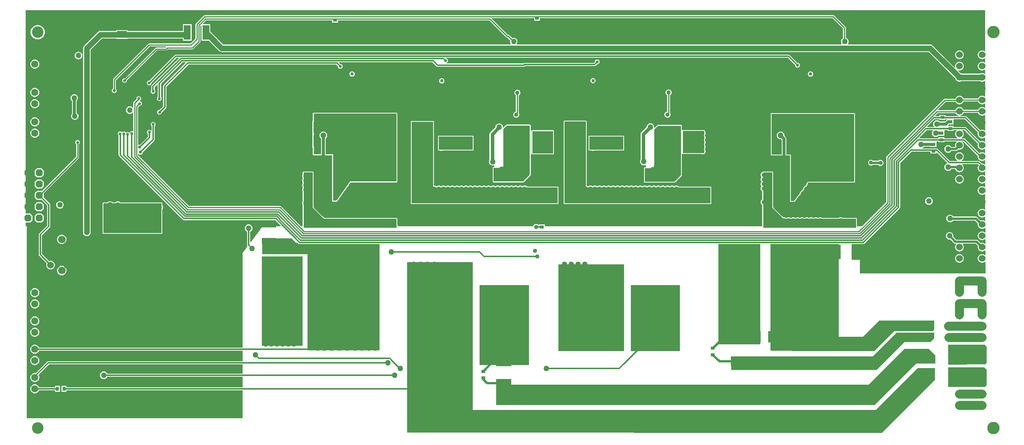
<source format=gbr>
G04 Layer_Physical_Order=4*
G04 Layer_Color=16711680*
%FSLAX45Y45*%
%MOMM*%
%TF.FileFunction,Copper,L4,Bot,Signal*%
%TF.Part,Single*%
G01*
G75*
%TA.AperFunction,SMDPad,CuDef*%
%ADD10R,2.60000X1.10000*%
%ADD17R,0.90000X0.70000*%
%ADD19R,0.70000X0.90000*%
%ADD20R,1.10000X2.60000*%
%ADD34R,3.30000X1.40000*%
%ADD36R,3.50000X2.00000*%
%ADD46R,1.25000X0.95000*%
%TA.AperFunction,Conductor*%
%ADD56C,0.30000*%
%ADD57C,0.25400*%
%ADD58C,0.63500*%
%ADD59C,0.50000*%
%ADD60C,0.50800*%
%ADD62C,1.27000*%
%ADD63C,0.80000*%
%ADD65C,2.00000*%
%TA.AperFunction,ViaPad*%
%ADD67C,1.52400*%
%TA.AperFunction,ComponentPad*%
%ADD68C,1.52400*%
%ADD69C,2.80000*%
G04:AMPARAMS|DCode=70|XSize=1.5748mm|YSize=1.5748mm|CornerRadius=0mm|HoleSize=0mm|Usage=FLASHONLY|Rotation=90.000|XOffset=0mm|YOffset=0mm|HoleType=Round|Shape=Octagon|*
%AMOCTAGOND70*
4,1,8,0.39370,0.78740,-0.39370,0.78740,-0.78740,0.39370,-0.78740,-0.39370,-0.39370,-0.78740,0.39370,-0.78740,0.78740,-0.39370,0.78740,0.39370,0.39370,0.78740,0.0*
%
%ADD70OCTAGOND70*%

%ADD71C,1.60000*%
%ADD72C,1.70000*%
%TA.AperFunction,ViaPad*%
%ADD73C,2.60000*%
%ADD74C,0.95000*%
%ADD75C,1.27000*%
%ADD76C,0.67200*%
%ADD77C,0.76200*%
%ADD78C,0.90000*%
%ADD79C,0.63500*%
%ADD80C,0.70000*%
%TA.AperFunction,SMDPad,CuDef*%
%ADD81R,1.55000X3.30000*%
%ADD82R,1.40000X3.30000*%
%ADD83R,2.18000X1.52000*%
G36*
X22952744Y8486568D02*
X22949539Y8469611D01*
X22948489Y8468910D01*
X22948489Y8468909D01*
X22917780Y8438200D01*
X22797247D01*
X22793753Y8442753D01*
X22776311Y8456137D01*
X22755998Y8464551D01*
X22734200Y8467421D01*
X22712402Y8464551D01*
X22692090Y8456137D01*
X22674648Y8442753D01*
X22661263Y8425311D01*
X22652849Y8404998D01*
X22649980Y8383200D01*
X22652849Y8361402D01*
X22661263Y8341090D01*
X22670705Y8328786D01*
X22664441Y8316086D01*
X22522015D01*
X22517155Y8327819D01*
X22677850Y8488514D01*
X22795000D01*
Y8478200D01*
X22925000D01*
Y8488514D01*
X22951411D01*
X22952744Y8486568D01*
D02*
G37*
G36*
X23664969Y8618485D02*
X23680389Y8598389D01*
X23700485Y8582969D01*
X23723888Y8573276D01*
X23749001Y8569970D01*
X23774113Y8573276D01*
X23797514Y8582969D01*
X23804648Y8588443D01*
X23816039Y8582826D01*
X23816039Y8243174D01*
X23804649Y8237557D01*
X23797514Y8243031D01*
X23774113Y8252724D01*
X23749001Y8256030D01*
X23723888Y8252724D01*
X23707098Y8245770D01*
X23403435Y8549433D01*
X23391856Y8557169D01*
X23378200Y8559886D01*
X23261700D01*
X23260867Y8572586D01*
X23266113Y8573276D01*
X23289516Y8582969D01*
X23309610Y8598389D01*
X23325031Y8618485D01*
X23331316Y8633659D01*
X23658684D01*
X23664969Y8618485D01*
D02*
G37*
G36*
X23178128Y8232014D02*
X23172391Y8227610D01*
X23156969Y8207515D01*
X23147276Y8184113D01*
X23143970Y8159000D01*
X23147276Y8133887D01*
X23156969Y8110485D01*
X23172391Y8090389D01*
X23192485Y8074969D01*
X23192928Y8074786D01*
X23190402Y8062086D01*
X22899600D01*
Y8082600D01*
X22769600D01*
Y8062086D01*
X22338725D01*
X22333865Y8073819D01*
X22504761Y8244714D01*
X22639041D01*
X22645303Y8232014D01*
X22635863Y8219710D01*
X22627449Y8199398D01*
X22624580Y8177600D01*
X22627449Y8155802D01*
X22635863Y8135489D01*
X22649248Y8118047D01*
X22666690Y8104663D01*
X22687003Y8096249D01*
X22708800Y8093379D01*
X22730598Y8096249D01*
X22750911Y8104663D01*
X22768353Y8118047D01*
X22771848Y8122600D01*
X22899600D01*
Y8232599D01*
X22899600D01*
X22901013Y8244714D01*
X22972800D01*
Y8226600D01*
X23102800D01*
Y8244714D01*
X23173817D01*
X23178128Y8232014D01*
D02*
G37*
G36*
X18770599Y3441000D02*
X17829999D01*
X17829997Y5690215D01*
X18770599D01*
X18770599Y3441000D01*
D02*
G37*
G36*
X10224799Y3301999D02*
X8610599Y3302000D01*
X8610601Y5690215D01*
X10224801D01*
X10224799Y3301999D01*
D02*
G37*
G36*
X23156969Y8618485D02*
X23172391Y8598389D01*
X23192485Y8582969D01*
X23215887Y8573276D01*
X23221132Y8572586D01*
X23220300Y8559886D01*
X22925000D01*
Y8588200D01*
X22795000D01*
Y8559886D01*
X22695041D01*
X22690181Y8571619D01*
X22746622Y8628059D01*
X23153004D01*
X23156969Y8618485D01*
D02*
G37*
G36*
X8497600Y3403600D02*
X7583200D01*
X7583200Y5410200D01*
X8497601D01*
X8497600Y3403600D01*
D02*
G37*
G36*
X8726201Y6508801D02*
X8751601Y6483401D01*
X8929401Y6305601D01*
X8980201Y6254801D01*
X10605801D01*
X10605801Y6051601D01*
X8523001Y6051602D01*
X8523001Y7296201D01*
X8726201Y7296201D01*
Y6508801D01*
D02*
G37*
G36*
X23658949Y7938983D02*
X23655276Y7930113D01*
X23651970Y7905000D01*
X23655276Y7879887D01*
X23664969Y7856485D01*
X23680389Y7836389D01*
X23700485Y7820969D01*
X23723888Y7811276D01*
X23749001Y7807970D01*
X23774113Y7811276D01*
X23797514Y7820969D01*
X23804649Y7826443D01*
X23816039Y7820826D01*
X23816039Y7735174D01*
X23804649Y7729557D01*
X23797514Y7735031D01*
X23774113Y7744724D01*
X23749001Y7748030D01*
X23723888Y7744724D01*
X23700485Y7735031D01*
X23691405Y7728063D01*
X23367834Y8051634D01*
X23356256Y8059369D01*
X23342599Y8062086D01*
X23291599D01*
X23289072Y8074786D01*
X23289516Y8074969D01*
X23309610Y8090389D01*
X23325031Y8110485D01*
X23334724Y8133887D01*
X23338029Y8159000D01*
X23334724Y8184113D01*
X23325031Y8207515D01*
X23309610Y8227610D01*
X23303873Y8232014D01*
X23308183Y8244714D01*
X23353218D01*
X23658949Y7938983D01*
D02*
G37*
G36*
X19038602Y6508801D02*
X19064001Y6483401D01*
X19241801Y6305601D01*
X19292601Y6254801D01*
X20918201D01*
X20918201Y6051601D01*
X18835400Y6051602D01*
X18835400Y7296201D01*
X19038602Y7296201D01*
Y6508801D01*
D02*
G37*
G36*
X8356600Y5715000D02*
X8394139D01*
X8408472Y5700667D01*
X8420049Y5692931D01*
X8433706Y5690215D01*
X8610600D01*
Y5461000D01*
X7594600D01*
Y5816600D01*
X8255000D01*
X8356600Y5715000D01*
D02*
G37*
G36*
X23658949Y8192983D02*
X23655276Y8184113D01*
X23651970Y8159000D01*
X23655276Y8133887D01*
X23664969Y8110485D01*
X23680389Y8090389D01*
X23700485Y8074969D01*
X23723888Y8065276D01*
X23749001Y8061970D01*
X23774113Y8065276D01*
X23797514Y8074969D01*
X23804649Y8080443D01*
X23816039Y8074826D01*
Y7989174D01*
X23804649Y7983557D01*
X23797514Y7989031D01*
X23774113Y7998724D01*
X23749001Y8002030D01*
X23723888Y7998724D01*
X23707098Y7991770D01*
X23393234Y8305634D01*
X23381656Y8313369D01*
X23367999Y8316086D01*
X23102800D01*
Y8336600D01*
X22983380D01*
X22978119Y8349300D01*
X23005418Y8376600D01*
X23102800D01*
Y8486599D01*
X23114706Y8488514D01*
X23363419D01*
X23658949Y8192983D01*
D02*
G37*
G36*
X23653780Y7664752D02*
X23651970Y7651000D01*
X23655276Y7625887D01*
X23664969Y7602485D01*
X23680389Y7582389D01*
X23700485Y7566969D01*
X23723888Y7557276D01*
X23749001Y7553970D01*
X23774113Y7557276D01*
X23797514Y7566969D01*
X23804649Y7572443D01*
X23816039Y7566826D01*
Y7481174D01*
X23804649Y7475557D01*
X23797514Y7481031D01*
X23774113Y7490724D01*
X23749001Y7494030D01*
X23747797Y7493871D01*
X23698035Y7543634D01*
X23686456Y7551369D01*
X23672800Y7554086D01*
X23291599D01*
X23289072Y7566786D01*
X23289516Y7566969D01*
X23309610Y7582389D01*
X23325031Y7602485D01*
X23334724Y7625887D01*
X23338029Y7651000D01*
X23334724Y7676113D01*
X23325031Y7699515D01*
X23309610Y7719610D01*
X23289516Y7735031D01*
X23266113Y7744724D01*
X23241000Y7748030D01*
X23215887Y7744724D01*
X23192485Y7735031D01*
X23172391Y7719610D01*
X23156969Y7699515D01*
X23147276Y7676113D01*
X23143970Y7651000D01*
X23147276Y7625887D01*
X23156969Y7602485D01*
X23172391Y7582389D01*
X23192485Y7566969D01*
X23192928Y7566786D01*
X23190402Y7554086D01*
X23027182D01*
X22758234Y7823034D01*
X22746655Y7830769D01*
X22733000Y7833486D01*
X22412428D01*
X22409901Y7846186D01*
X22420711Y7850663D01*
X22438153Y7864047D01*
X22443362Y7870836D01*
X22591800D01*
Y7868600D01*
X22721800D01*
Y7978599D01*
X22721800D01*
X22723213Y7990714D01*
X22769600D01*
Y7972600D01*
X22899600D01*
Y7990714D01*
X23173817D01*
X23178128Y7978014D01*
X23172391Y7973610D01*
X23156969Y7953515D01*
X23147276Y7930113D01*
X23143970Y7905000D01*
X23147050Y7881599D01*
X23144656Y7877002D01*
X23137836Y7869489D01*
X23056731D01*
X23046553Y7882753D01*
X23029111Y7896137D01*
X23008798Y7904551D01*
X22987000Y7907421D01*
X22965202Y7904551D01*
X22944890Y7896137D01*
X22927448Y7882753D01*
X22914062Y7865310D01*
X22905649Y7844998D01*
X22902779Y7823200D01*
X22905649Y7801402D01*
X22914062Y7781090D01*
X22927448Y7763647D01*
X22944890Y7750263D01*
X22965202Y7741849D01*
X22987000Y7738979D01*
X23008798Y7741849D01*
X23029111Y7750263D01*
X23046553Y7763647D01*
X23056731Y7776911D01*
X23164799D01*
X23164799Y7776910D01*
X23182513Y7780434D01*
X23197533Y7790468D01*
X23218054Y7810991D01*
X23241000Y7807970D01*
X23266113Y7811276D01*
X23289516Y7820969D01*
X23309610Y7836389D01*
X23325031Y7856485D01*
X23334724Y7879887D01*
X23338029Y7905000D01*
X23334724Y7930113D01*
X23325031Y7953515D01*
X23309610Y7973610D01*
X23303873Y7978014D01*
X23308183Y7990714D01*
X23327818D01*
X23653780Y7664752D01*
D02*
G37*
G36*
X22591800Y7718600D02*
X22721800D01*
Y7741940D01*
X22733533Y7746800D01*
X22970055Y7510278D01*
X22965971Y7498252D01*
X22965202Y7498151D01*
X22944890Y7489737D01*
X22927448Y7476353D01*
X22914062Y7458910D01*
X22905649Y7438598D01*
X22902779Y7416800D01*
X22905649Y7395002D01*
X22914062Y7374690D01*
X22927448Y7357247D01*
X22944890Y7343863D01*
X22965202Y7335449D01*
X22987000Y7332579D01*
X23008798Y7335449D01*
X23029111Y7343863D01*
X23046553Y7357247D01*
X23056731Y7370511D01*
X23147845D01*
X23156969Y7348485D01*
X23172391Y7328389D01*
X23192485Y7312969D01*
X23215887Y7303276D01*
X23241000Y7299970D01*
X23266113Y7303276D01*
X23289516Y7312969D01*
X23309610Y7328389D01*
X23325031Y7348485D01*
X23334724Y7371887D01*
X23338029Y7397000D01*
X23334724Y7422113D01*
X23325031Y7445515D01*
X23309610Y7465610D01*
X23303873Y7470014D01*
X23308183Y7482714D01*
X23658018D01*
X23678104Y7462630D01*
X23664969Y7445515D01*
X23655276Y7422113D01*
X23651970Y7397000D01*
X23655276Y7371887D01*
X23664969Y7348485D01*
X23680389Y7328389D01*
X23700485Y7312969D01*
X23723888Y7303276D01*
X23749001Y7299970D01*
X23774113Y7303276D01*
X23797514Y7312969D01*
X23804649Y7318444D01*
X23816039Y7312826D01*
Y7227174D01*
X23804649Y7221556D01*
X23797514Y7227031D01*
X23774113Y7236724D01*
X23749001Y7240030D01*
X23723888Y7236724D01*
X23700485Y7227031D01*
X23680389Y7211610D01*
X23664969Y7191515D01*
X23655276Y7168113D01*
X23651970Y7143000D01*
X23655276Y7117887D01*
X23664969Y7094485D01*
X23680389Y7074389D01*
X23700485Y7058969D01*
X23723888Y7049276D01*
X23749001Y7045970D01*
X23774113Y7049276D01*
X23797514Y7058969D01*
X23804649Y7064444D01*
X23816039Y7058826D01*
Y6973174D01*
X23804649Y6967556D01*
X23797514Y6973031D01*
X23774113Y6982724D01*
X23749001Y6986030D01*
X23723888Y6982724D01*
X23700485Y6973031D01*
X23680389Y6957610D01*
X23664969Y6937515D01*
X23655276Y6914113D01*
X23651970Y6889000D01*
X23655276Y6863887D01*
X23664969Y6840485D01*
X23680389Y6820389D01*
X23700485Y6804969D01*
X23723888Y6795276D01*
X23749001Y6791970D01*
X23774113Y6795276D01*
X23797514Y6804969D01*
X23804649Y6810444D01*
X23816039Y6804827D01*
Y6465173D01*
X23804649Y6459556D01*
X23797514Y6465031D01*
X23774113Y6474724D01*
X23749001Y6478030D01*
X23723888Y6474724D01*
X23700485Y6465031D01*
X23680389Y6449610D01*
X23664969Y6429515D01*
X23655276Y6406113D01*
X23651970Y6381000D01*
X23655276Y6355887D01*
X23664969Y6332485D01*
X23680389Y6312389D01*
X23700485Y6296969D01*
X23723888Y6287276D01*
X23749001Y6283970D01*
X23774113Y6287276D01*
X23797514Y6296969D01*
X23804649Y6302444D01*
X23816040Y6296827D01*
Y6211173D01*
X23804649Y6205556D01*
X23797514Y6211031D01*
X23774113Y6220724D01*
X23749001Y6224030D01*
X23723888Y6220724D01*
X23717702Y6218162D01*
X23643732Y6292132D01*
X23628714Y6302166D01*
X23611000Y6305690D01*
X23610999Y6305689D01*
X23098433D01*
X23085953Y6321953D01*
X23068510Y6335337D01*
X23048198Y6343751D01*
X23026401Y6346621D01*
X23004602Y6343751D01*
X22984290Y6335337D01*
X22966847Y6321953D01*
X22953464Y6304511D01*
X22945049Y6284198D01*
X22942180Y6262400D01*
X22945049Y6240602D01*
X22953464Y6220290D01*
X22966847Y6202847D01*
X22984290Y6189463D01*
X23004602Y6181049D01*
X23026401Y6178180D01*
X23048198Y6181049D01*
X23068510Y6189463D01*
X23085953Y6202847D01*
X23093828Y6213111D01*
X23591826D01*
X23654991Y6149946D01*
X23651970Y6127000D01*
X23655276Y6101887D01*
X23658295Y6094598D01*
D01*
X23664969Y6078485D01*
X23680389Y6058389D01*
X23700485Y6042969D01*
X23723888Y6033276D01*
X23749001Y6029970D01*
X23774113Y6033276D01*
X23797514Y6042969D01*
X23812500Y6054468D01*
X23825200Y6048205D01*
Y5951795D01*
X23812500Y5945532D01*
X23797514Y5957031D01*
X23774113Y5966724D01*
X23749001Y5970030D01*
X23723888Y5966724D01*
X23700485Y5957031D01*
X23680389Y5941610D01*
X23664969Y5921515D01*
X23655276Y5898113D01*
X23651970Y5873000D01*
X23655276Y5847887D01*
X23664969Y5824485D01*
X23680389Y5804389D01*
X23700485Y5788969D01*
X23723888Y5779276D01*
X23749001Y5775970D01*
X23774113Y5779276D01*
X23797514Y5788969D01*
X23812500Y5800468D01*
X23825200Y5794205D01*
Y5697795D01*
X23812500Y5691532D01*
X23797514Y5703031D01*
X23774113Y5712724D01*
X23749001Y5716030D01*
X23723888Y5712724D01*
X23717702Y5710162D01*
X23654732Y5773132D01*
X23639714Y5783166D01*
X23622000Y5786690D01*
X23621999Y5786689D01*
X23292374D01*
X23291368Y5786890D01*
X23291367Y5786889D01*
X23171176D01*
X23100839Y5857226D01*
X23103021Y5873801D01*
X23100153Y5895599D01*
X23091737Y5915911D01*
X23078354Y5933354D01*
X23060912Y5946738D01*
X23040599Y5955152D01*
X23018800Y5958021D01*
X22997003Y5955152D01*
X22976691Y5946738D01*
X22959248Y5933354D01*
X22945863Y5915911D01*
X22937450Y5895599D01*
X22934579Y5873801D01*
X22937450Y5852003D01*
X22945863Y5831691D01*
X22959248Y5814248D01*
X22976691Y5800864D01*
X22997003Y5792450D01*
X23018800Y5789580D01*
X23035376Y5791762D01*
X23119270Y5707868D01*
X23134286Y5697834D01*
X23152002Y5694310D01*
X23152003Y5694310D01*
X23161522D01*
X23167786Y5681610D01*
X23156969Y5667515D01*
X23147276Y5644113D01*
X23143970Y5619000D01*
X23147276Y5593887D01*
X23156969Y5570485D01*
X23172391Y5550389D01*
X23192485Y5534969D01*
X23215887Y5525276D01*
X23241000Y5521970D01*
X23266113Y5525276D01*
X23289516Y5534969D01*
X23309610Y5550389D01*
X23325031Y5570485D01*
X23334724Y5593887D01*
X23338029Y5619000D01*
X23334724Y5644113D01*
X23325031Y5667515D01*
X23314368Y5681411D01*
X23320631Y5694111D01*
X23602826D01*
X23654991Y5641946D01*
X23651970Y5619000D01*
X23655276Y5593887D01*
X23664969Y5570485D01*
X23680389Y5550389D01*
X23700485Y5534969D01*
X23723888Y5525276D01*
X23749001Y5521970D01*
X23774113Y5525276D01*
X23797514Y5534969D01*
X23812500Y5546468D01*
X23825200Y5540205D01*
Y5443795D01*
X23812500Y5437532D01*
X23797514Y5449031D01*
X23774113Y5458724D01*
X23749001Y5462030D01*
X23723888Y5458724D01*
X23700485Y5449031D01*
X23680389Y5433610D01*
X23664969Y5413515D01*
X23655276Y5390113D01*
X23651970Y5365000D01*
X23655276Y5339887D01*
X23664969Y5316485D01*
X23680389Y5296389D01*
X23700485Y5280969D01*
X23723888Y5271276D01*
X23749001Y5267970D01*
X23774113Y5271276D01*
X23797514Y5280969D01*
X23812500Y5292468D01*
X23825200Y5286205D01*
Y5029200D01*
X21005800D01*
Y5334000D01*
X20828000D01*
Y5689600D01*
X21005800D01*
Y5690215D01*
X21085693D01*
X21099352Y5692931D01*
X21110928Y5700667D01*
X21506032Y6095771D01*
X21899333Y6489072D01*
X21907069Y6500649D01*
X21909785Y6514305D01*
Y7508318D01*
X22163582Y7762114D01*
X22591800D01*
Y7718600D01*
D02*
G37*
G36*
X23664969Y8872485D02*
X23680389Y8852389D01*
X23700485Y8836969D01*
X23723888Y8827276D01*
X23749001Y8823970D01*
X23774113Y8827276D01*
X23797514Y8836969D01*
X23804648Y8842443D01*
X23816039Y8836826D01*
Y8751174D01*
X23804648Y8745557D01*
X23797514Y8751031D01*
X23774113Y8760724D01*
X23749001Y8764030D01*
X23723888Y8760724D01*
X23700485Y8751031D01*
X23680389Y8735610D01*
X23664969Y8715515D01*
X23658684Y8700340D01*
X23331316D01*
X23325031Y8715515D01*
X23309610Y8735610D01*
X23289516Y8751031D01*
X23266113Y8760724D01*
X23241000Y8764030D01*
X23215887Y8760724D01*
X23192485Y8751031D01*
X23172391Y8735610D01*
X23156969Y8715515D01*
X23148364Y8694741D01*
X22754485D01*
X22749625Y8706474D01*
X22925211Y8882059D01*
X23153004D01*
X23156969Y8872485D01*
X23172391Y8852389D01*
X23192485Y8836969D01*
X23215887Y8827276D01*
X23241000Y8823970D01*
X23266113Y8827276D01*
X23289516Y8836969D01*
X23309610Y8852389D01*
X23325031Y8872485D01*
X23331316Y8887659D01*
X23658684D01*
X23664969Y8872485D01*
D02*
G37*
G36*
X23798999Y2922000D02*
X23848000Y2873000D01*
X23848001Y2519000D01*
X23808020Y2479019D01*
X22992986Y2478011D01*
X22984000Y2486986D01*
Y2922000D01*
X23798999Y2922000D01*
D02*
G37*
G36*
X22702000Y3190000D02*
X22700000Y3188000D01*
Y3004000D01*
X22271001D01*
X21350999Y2084000D01*
X21339000Y2072000D01*
X21235999D01*
Y2070399D01*
X12842999Y2070400D01*
X12842999Y2527600D01*
X21203418Y2527600D01*
X21203999Y2530000D01*
X22011000Y3337000D01*
X22555000D01*
X22702000Y3190000D01*
D02*
G37*
G36*
X13579498Y2970000D02*
X12474599Y2970000D01*
X12474599Y4764600D01*
X13579498D01*
X13579498Y2970000D01*
D02*
G37*
G36*
X23816039Y10021174D02*
X23804648Y10015557D01*
X23797514Y10021031D01*
X23774113Y10030724D01*
X23749001Y10034030D01*
X23723888Y10030724D01*
X23700485Y10021031D01*
X23680389Y10005610D01*
X23664969Y9985515D01*
X23655276Y9962113D01*
X23651970Y9937000D01*
X23655276Y9911887D01*
X23664969Y9888485D01*
X23680389Y9868389D01*
X23700485Y9852969D01*
X23723888Y9843276D01*
X23749001Y9839970D01*
X23774113Y9843276D01*
X23797514Y9852969D01*
X23804648Y9858443D01*
X23816039Y9852826D01*
Y9767174D01*
X23804648Y9761557D01*
X23797514Y9767031D01*
X23774113Y9776724D01*
X23749001Y9780030D01*
X23723888Y9776724D01*
X23700485Y9767031D01*
X23680389Y9751610D01*
X23664969Y9731515D01*
X23655276Y9708113D01*
X23651970Y9683000D01*
X23655276Y9657887D01*
X23664969Y9634485D01*
X23680389Y9614389D01*
X23700485Y9598969D01*
X23723888Y9589276D01*
X23749001Y9585970D01*
X23774113Y9589276D01*
X23797514Y9598969D01*
X23804648Y9604443D01*
X23816039Y9598826D01*
Y9513174D01*
X23804648Y9507557D01*
X23797514Y9513031D01*
X23774113Y9522724D01*
X23749001Y9526030D01*
X23723888Y9522724D01*
X23700945Y9513220D01*
X23289056D01*
X23266573Y9522533D01*
X23211563Y9577543D01*
X23213931Y9583970D01*
X23218079Y9588988D01*
X23241000Y9585970D01*
X23266113Y9589276D01*
X23289516Y9598969D01*
X23309610Y9614389D01*
X23325031Y9634485D01*
X23334724Y9657887D01*
X23338029Y9683000D01*
X23334724Y9708113D01*
X23325031Y9731515D01*
X23309610Y9751610D01*
X23289516Y9767031D01*
X23266113Y9776724D01*
X23241000Y9780030D01*
X23215887Y9776724D01*
X23192485Y9767031D01*
X23172391Y9751610D01*
X23156969Y9731515D01*
X23147276Y9708113D01*
X23143970Y9683000D01*
X23146988Y9660079D01*
X23141969Y9655932D01*
X23135542Y9653563D01*
X22643213Y10145893D01*
X22625771Y10159277D01*
X22605458Y10167691D01*
X22583659Y10170561D01*
X20740820D01*
X20734557Y10183261D01*
X20740916Y10191550D01*
X20749332Y10211862D01*
X20752200Y10233660D01*
X20749332Y10255458D01*
X20740916Y10275770D01*
X20727533Y10293213D01*
X20710091Y10306597D01*
X20696242Y10312334D01*
Y10543540D01*
X20693703Y10556299D01*
X20686476Y10567115D01*
X20432475Y10821115D01*
X20421658Y10828343D01*
X20408900Y10830881D01*
X6311195D01*
X6298436Y10828343D01*
X6287620Y10821115D01*
X6105765Y10639260D01*
X6098537Y10628444D01*
X6095999Y10615685D01*
Y10303670D01*
X5983130Y10190801D01*
X5057460D01*
X5044701Y10188263D01*
X5033885Y10181035D01*
X4256425Y9403575D01*
X4249197Y9392759D01*
X4246660Y9380000D01*
Y9181412D01*
X4234747Y9173453D01*
X4222592Y9155260D01*
X4218323Y9133800D01*
X4222592Y9112340D01*
X4234747Y9094147D01*
X4252940Y9081991D01*
X4274400Y9077723D01*
X4295860Y9081991D01*
X4314053Y9094147D01*
X4326209Y9112340D01*
X4330477Y9133800D01*
X4326209Y9155260D01*
X4314053Y9173453D01*
X4313341Y9173929D01*
Y9366190D01*
X5071270Y10124119D01*
X5427786D01*
X5433013Y10112250D01*
X5426754Y10104340D01*
X5220000D01*
X5207241Y10101803D01*
X5196425Y10094575D01*
X4512084Y9410234D01*
X4505400Y9411564D01*
X4485208Y9407548D01*
X4468090Y9396110D01*
X4456653Y9378992D01*
X4452636Y9358800D01*
X4456653Y9338608D01*
X4468090Y9321490D01*
X4485208Y9310053D01*
X4505400Y9306036D01*
X4525592Y9310053D01*
X4542710Y9321490D01*
X4554147Y9338608D01*
X4558164Y9358800D01*
X4557631Y9361480D01*
X5233810Y10037659D01*
X5443000D01*
X5455759Y10040197D01*
X5466575Y10047425D01*
X5479770Y10060619D01*
X6029960D01*
X6042719Y10063157D01*
X6053535Y10070385D01*
X6198315Y10215165D01*
X6205543Y10225981D01*
X6208081Y10238740D01*
Y10583070D01*
X6222169Y10597158D01*
X6233902Y10592298D01*
Y10254405D01*
X6397296D01*
X6624914Y10026787D01*
X6642357Y10013403D01*
X6662669Y10004989D01*
X6684467Y10002119D01*
X22548775D01*
X23147467Y9403427D01*
X23156969Y9380485D01*
X23172391Y9360389D01*
X23192485Y9344969D01*
X23215887Y9335276D01*
X23241000Y9331970D01*
X23266113Y9335276D01*
X23289056Y9344779D01*
X23700945D01*
X23723888Y9335276D01*
X23749001Y9331970D01*
X23774113Y9335276D01*
X23797514Y9344969D01*
X23804648Y9350443D01*
X23816039Y9344826D01*
X23816039Y9005174D01*
X23804648Y8999557D01*
X23797514Y9005031D01*
X23774113Y9014724D01*
X23749001Y9018030D01*
X23723888Y9014724D01*
X23700485Y9005031D01*
X23680389Y8989610D01*
X23664969Y8969515D01*
X23658684Y8954340D01*
X23331316D01*
X23325031Y8969515D01*
X23309610Y8989610D01*
X23289516Y9005031D01*
X23266113Y9014724D01*
X23241000Y9018030D01*
X23215887Y9014724D01*
X23192485Y9005031D01*
X23172391Y8989610D01*
X23156969Y8969515D01*
X23148364Y8948741D01*
X22911400D01*
X22898640Y8946203D01*
X22887825Y8938975D01*
X21607425Y7658575D01*
X21600197Y7647759D01*
X21597659Y7635000D01*
Y6628810D01*
X21052888Y6084038D01*
X20938593D01*
X20938593Y6254801D01*
X20937041Y6262605D01*
X20932620Y6269220D01*
X20926006Y6273641D01*
X20918201Y6275193D01*
X20616862D01*
X20608041Y6281961D01*
X20591621Y6288763D01*
X20574001Y6291082D01*
X20556380Y6288763D01*
X20539960Y6281961D01*
X20531139Y6275193D01*
X20159662D01*
X20150841Y6281961D01*
X20134421Y6288763D01*
X20116800Y6291082D01*
X20099179Y6288763D01*
X20082759Y6281961D01*
X20073938Y6275193D01*
X20058063D01*
X20049242Y6281961D01*
X20032822Y6288763D01*
X20015199Y6291082D01*
X19997578Y6288763D01*
X19981158Y6281961D01*
X19972337Y6275193D01*
X19956462D01*
X19947641Y6281961D01*
X19931221Y6288763D01*
X19913600Y6291082D01*
X19895979Y6288763D01*
X19879559Y6281961D01*
X19870738Y6275193D01*
X19854861D01*
X19846040Y6281961D01*
X19829620Y6288763D01*
X19812000Y6291082D01*
X19794379Y6288763D01*
X19777959Y6281961D01*
X19769138Y6275193D01*
X19753262D01*
X19744441Y6281961D01*
X19728021Y6288763D01*
X19710400Y6291082D01*
X19692780Y6288763D01*
X19676360Y6281961D01*
X19667538Y6275193D01*
X19651662D01*
X19642841Y6281961D01*
X19626421Y6288763D01*
X19608800Y6291082D01*
X19591179Y6288763D01*
X19574759Y6281961D01*
X19565938Y6275193D01*
X19550063D01*
X19541241Y6281961D01*
X19524821Y6288763D01*
X19507201Y6291082D01*
X19489578Y6288763D01*
X19473158Y6281961D01*
X19464339Y6275193D01*
X19448462D01*
X19439641Y6281961D01*
X19423221Y6288763D01*
X19405600Y6291082D01*
X19387979Y6288763D01*
X19371559Y6281961D01*
X19362738Y6275193D01*
X19346861D01*
X19338042Y6281961D01*
X19321622Y6288763D01*
X19303999Y6291082D01*
X19287350Y6288891D01*
X19256221Y6320020D01*
X19256219Y6320021D01*
X19078421Y6497820D01*
X19078419Y6497821D01*
X19058994Y6517248D01*
Y7296201D01*
X19057442Y7304005D01*
X19053021Y7310621D01*
X19046405Y7315041D01*
X19038602Y7316593D01*
X18835400Y7316593D01*
X18827597Y7315041D01*
X18820981Y7310620D01*
X18816560Y7304005D01*
X18815591Y7299135D01*
X18812759Y7297961D01*
X18798659Y7287142D01*
X18787839Y7273041D01*
X18781036Y7256621D01*
X18778719Y7239000D01*
X18781036Y7221379D01*
X18787839Y7204959D01*
X18793495Y7197588D01*
X18797519Y7188200D01*
X18793495Y7178812D01*
X18787839Y7171441D01*
X18781036Y7155021D01*
X18778719Y7137400D01*
X18781036Y7119779D01*
X18787839Y7103359D01*
X18793495Y7095988D01*
X18797519Y7086600D01*
X18793495Y7077212D01*
X18787839Y7069841D01*
X18781036Y7053421D01*
X18778719Y7035800D01*
X18781036Y7018179D01*
X18787839Y7001759D01*
X18793495Y6994388D01*
X18797519Y6985000D01*
X18793495Y6975612D01*
X18787839Y6968241D01*
X18781036Y6951821D01*
X18778719Y6934200D01*
X18781036Y6916579D01*
X18787839Y6900159D01*
X18798659Y6886058D01*
X18812759Y6875239D01*
X18815009Y6874307D01*
Y6689293D01*
X18812759Y6688361D01*
X18798659Y6677542D01*
X18787839Y6663441D01*
X18781036Y6647021D01*
X18778719Y6629400D01*
X18781036Y6611779D01*
X18787839Y6595359D01*
X18798659Y6581258D01*
X18812759Y6570439D01*
X18815009Y6569507D01*
Y6084038D01*
X13933400D01*
Y6126800D01*
X13803400D01*
Y6121543D01*
X13790700Y6117232D01*
X13789542Y6118742D01*
X13775441Y6129561D01*
X13759021Y6136363D01*
X13741400Y6138682D01*
X13723779Y6136363D01*
X13707359Y6129561D01*
X13693259Y6118742D01*
X13682439Y6104641D01*
X13675636Y6088221D01*
X13675087Y6084038D01*
X10642539Y6084038D01*
X10634165Y6093586D01*
X10634482Y6096000D01*
X10632163Y6113621D01*
X10626193Y6128032D01*
X10626193Y6254801D01*
X10624641Y6262605D01*
X10620221Y6269220D01*
X10613605Y6273641D01*
X10605801Y6275193D01*
X8988648D01*
X8943821Y6320020D01*
X8943820Y6320021D01*
X8766021Y6497820D01*
X8766020Y6497821D01*
X8746593Y6517248D01*
Y7296201D01*
X8745041Y7304005D01*
X8740621Y7310621D01*
X8734005Y7315041D01*
X8726201Y7316593D01*
X8523001Y7316593D01*
X8515197Y7315041D01*
X8508581Y7310620D01*
X8504161Y7304005D01*
X8502609Y7296201D01*
Y7249948D01*
X8500839Y7247641D01*
X8494037Y7231221D01*
X8491718Y7213600D01*
X8494037Y7195979D01*
X8500839Y7179559D01*
X8502609Y7177252D01*
Y7148348D01*
X8500839Y7146041D01*
X8494037Y7129621D01*
X8491718Y7112000D01*
X8494037Y7094379D01*
X8500839Y7077959D01*
X8502609Y7075652D01*
Y7046748D01*
X8500839Y7044441D01*
X8494037Y7028021D01*
X8491718Y7010400D01*
X8494037Y6992779D01*
X8500839Y6976359D01*
X8502609Y6974052D01*
Y6945148D01*
X8500839Y6942841D01*
X8494037Y6926421D01*
X8491718Y6908800D01*
X8494037Y6891179D01*
X8500839Y6874759D01*
X8502609Y6872452D01*
X8502609Y6640348D01*
X8500839Y6638041D01*
X8494037Y6621621D01*
X8491718Y6604000D01*
X8494037Y6586379D01*
X8500839Y6569959D01*
X8502609Y6567652D01*
Y6084038D01*
X8466513D01*
X8221375Y6329176D01*
X8220902Y6331550D01*
X8213675Y6342367D01*
X8024467Y6531575D01*
X8013650Y6538803D01*
X8000891Y6541340D01*
X5948810D01*
X4811341Y7678810D01*
Y7708099D01*
X4824041Y7711283D01*
X4840940Y7699991D01*
X4862400Y7695723D01*
X4883860Y7699991D01*
X4902053Y7712147D01*
X4914209Y7730340D01*
X4918477Y7751800D01*
X4917546Y7756479D01*
X5173234Y8012167D01*
X5180969Y8023744D01*
X5183686Y8037400D01*
Y8341138D01*
X5185710Y8342490D01*
X5197148Y8359608D01*
X5201164Y8379800D01*
X5197148Y8399992D01*
X5185710Y8417110D01*
X5168592Y8428548D01*
X5148400Y8432564D01*
X5128208Y8428548D01*
X5111090Y8417110D01*
X5099653Y8399992D01*
X5095636Y8379800D01*
X5099653Y8359608D01*
X5111090Y8342490D01*
X5112314Y8341672D01*
Y8241609D01*
X5099614Y8237756D01*
X5098710Y8239110D01*
X5081592Y8250548D01*
X5061400Y8254564D01*
X5041208Y8250548D01*
X5024090Y8239110D01*
X5012653Y8221992D01*
X5008636Y8201800D01*
X5012653Y8181608D01*
X5024090Y8164490D01*
X5026314Y8163005D01*
Y8096182D01*
X4849079Y7918947D01*
X4844400Y7919877D01*
X4824041Y7915828D01*
X4820884Y7916228D01*
X4811341Y7921329D01*
Y8767190D01*
X4835715Y8791565D01*
X4843400Y8790036D01*
X4863592Y8794053D01*
X4880710Y8805490D01*
X4892147Y8822608D01*
X4896164Y8842800D01*
X4892147Y8862992D01*
X4880710Y8880110D01*
X4863592Y8891548D01*
X4848729Y8894504D01*
X4847466Y8898699D01*
X4847388Y8907720D01*
X4862310Y8917690D01*
X4873747Y8934808D01*
X4877764Y8955000D01*
X4873747Y8975192D01*
X4862310Y8992310D01*
X4845192Y9003748D01*
X4825000Y9007764D01*
X4804808Y9003748D01*
X4787690Y8992310D01*
X4776253Y8975192D01*
X4772236Y8955000D01*
X4773731Y8947486D01*
X4707725Y8881480D01*
X4700497Y8870664D01*
X4697959Y8857905D01*
Y8755337D01*
X4685259Y8751026D01*
X4682553Y8754553D01*
X4665110Y8767937D01*
X4644798Y8776351D01*
X4623000Y8779220D01*
X4601202Y8776351D01*
X4580889Y8767937D01*
X4563447Y8754553D01*
X4550063Y8737110D01*
X4541649Y8716798D01*
X4538779Y8695000D01*
X4541649Y8673202D01*
X4550063Y8652889D01*
X4563447Y8635447D01*
X4580889Y8622063D01*
X4601202Y8613649D01*
X4623000Y8610779D01*
X4644798Y8613649D01*
X4665110Y8622063D01*
X4682553Y8635447D01*
X4685259Y8638974D01*
X4697959Y8634663D01*
Y8223423D01*
X4688947Y8218605D01*
X4685259Y8217813D01*
X4666400Y8221564D01*
X4646208Y8217547D01*
X4629090Y8206110D01*
X4622516Y8196270D01*
X4615131Y8189885D01*
X4606241Y8193033D01*
X4596192Y8199747D01*
X4576000Y8203764D01*
X4555808Y8199747D01*
X4547384Y8194119D01*
X4530285Y8196850D01*
X4529310Y8198310D01*
X4512192Y8209747D01*
X4492000Y8213764D01*
X4471808Y8209747D01*
X4459692Y8201652D01*
X4444321Y8202801D01*
X4442927Y8203565D01*
X4426192Y8214747D01*
X4406000Y8218764D01*
X4385808Y8214747D01*
X4368690Y8203310D01*
X4357253Y8186192D01*
X4353236Y8166000D01*
X4357253Y8145808D01*
X4368690Y8128690D01*
X4372314Y8126269D01*
Y7691206D01*
X4375031Y7677550D01*
X4382766Y7665972D01*
X5811472Y6237267D01*
X5823049Y6229532D01*
X5836705Y6226815D01*
X7887815D01*
X7913621Y6201009D01*
X7914031Y6198950D01*
X7921766Y6187372D01*
X8013368Y6095771D01*
X8008508Y6084038D01*
X7601992D01*
X7337530Y5732811D01*
X7325486Y5736838D01*
Y5969602D01*
X7331910Y5972263D01*
X7349353Y5985647D01*
X7362737Y6003090D01*
X7371151Y6023402D01*
X7374021Y6045200D01*
X7371151Y6066998D01*
X7364399Y6083299D01*
X7364761Y6084038D01*
X7364093D01*
X7362737Y6087310D01*
X7349353Y6104753D01*
X7331910Y6118137D01*
X7311598Y6126551D01*
X7289800Y6129421D01*
X7268002Y6126551D01*
X7247690Y6118137D01*
X7230247Y6104753D01*
X7216863Y6087310D01*
X7215507Y6084038D01*
X7214839D01*
X7215201Y6083299D01*
X7208449Y6066998D01*
X7205579Y6045200D01*
X7208449Y6023402D01*
X7216863Y6003090D01*
X7230247Y5985647D01*
X7247690Y5972263D01*
X7254114Y5969602D01*
Y5664200D01*
X7256831Y5650544D01*
X7264566Y5638966D01*
X7265880Y5637653D01*
X7151000Y5485084D01*
X7151000Y3363086D01*
X2585857D01*
X2579749Y3377831D01*
X2563721Y3398721D01*
X2542831Y3414750D01*
X2518505Y3424826D01*
X2492400Y3428263D01*
X2466295Y3424826D01*
X2441969Y3414750D01*
X2421079Y3398721D01*
X2405050Y3377831D01*
X2394974Y3353505D01*
X2391537Y3327400D01*
X2394974Y3301295D01*
X2405050Y3276969D01*
X2421079Y3256079D01*
X2441969Y3240050D01*
X2466295Y3229974D01*
X2492400Y3226537D01*
X2518505Y3229974D01*
X2542831Y3240050D01*
X2563721Y3256079D01*
X2579749Y3276969D01*
X2585857Y3291714D01*
X7151000D01*
Y3058286D01*
X2797200D01*
X2783544Y3055569D01*
X2771966Y3047834D01*
X2514487Y2790355D01*
X2492400Y2793263D01*
X2466295Y2789826D01*
X2441969Y2779750D01*
X2421079Y2763721D01*
X2405050Y2742831D01*
X2394974Y2718505D01*
X2391537Y2692400D01*
X2394974Y2666295D01*
X2405050Y2641969D01*
X2421079Y2621079D01*
X2441969Y2605050D01*
X2466295Y2594974D01*
X2492400Y2591537D01*
X2518505Y2594974D01*
X2542831Y2605050D01*
X2563721Y2621079D01*
X2579749Y2641969D01*
X2589826Y2666295D01*
X2593263Y2692400D01*
X2589826Y2718505D01*
X2579749Y2742831D01*
X2574604Y2749537D01*
X2811981Y2986914D01*
X7151000D01*
Y2778886D01*
X4114198D01*
X4111537Y2785310D01*
X4098153Y2802753D01*
X4080710Y2816137D01*
X4060398Y2824551D01*
X4038600Y2827421D01*
X4016802Y2824551D01*
X3996490Y2816137D01*
X3979047Y2802753D01*
X3965663Y2785310D01*
X3957249Y2764998D01*
X3954379Y2743200D01*
X3957249Y2721402D01*
X3965663Y2701090D01*
X3979047Y2683647D01*
X3996490Y2670263D01*
X4016802Y2661849D01*
X4038600Y2658979D01*
X4060398Y2661849D01*
X4080710Y2670263D01*
X4098153Y2683647D01*
X4111537Y2701090D01*
X4114198Y2707514D01*
X7151000D01*
X7150999Y2474085D01*
X3203400D01*
Y2503400D01*
X3093400D01*
Y2373400D01*
X3203400D01*
Y2402714D01*
X7150999D01*
Y1778999D01*
X2311399Y1779000D01*
X2311400Y6083300D01*
X2311972Y6084038D01*
X2286000D01*
Y6162953D01*
X2298700Y6175060D01*
X2386171D01*
X2435541Y6224430D01*
Y6323170D01*
X2386171Y6372540D01*
X2287431D01*
X2286000Y6373133D01*
X2285999Y10935437D01*
X23816039Y10935438D01*
X23816039Y10021174D01*
D02*
G37*
G36*
X20629559Y10529730D02*
Y10308125D01*
X20625870Y10306597D01*
X20608427Y10293213D01*
X20595042Y10275770D01*
X20586629Y10255458D01*
X20583759Y10233660D01*
X20586629Y10211862D01*
X20595042Y10191550D01*
X20601402Y10183261D01*
X20595140Y10170561D01*
X13311320D01*
X13305057Y10183261D01*
X13311417Y10191550D01*
X13319830Y10211862D01*
X13322701Y10233660D01*
X13319830Y10255458D01*
X13311417Y10275770D01*
X13298033Y10293213D01*
X13280589Y10306597D01*
X13260278Y10315011D01*
X13238480Y10317881D01*
X13216682Y10315011D01*
X13207912Y10311378D01*
X13137595Y10381695D01*
X13126779Y10388923D01*
X13114020Y10391461D01*
X13102431D01*
X12741424Y10752466D01*
X12746285Y10764199D01*
X13696719D01*
Y10705776D01*
X13826720D01*
Y10764199D01*
X20395090D01*
X20629559Y10529730D01*
D02*
G37*
G36*
X13065045Y10334544D02*
X13075861Y10327317D01*
X13088620Y10324779D01*
X13100211D01*
X13160762Y10264228D01*
X13157129Y10255458D01*
X13154259Y10233660D01*
X13157129Y10211862D01*
X13165543Y10191550D01*
X13171902Y10183261D01*
X13165640Y10170561D01*
X6719352D01*
X6428902Y10461011D01*
Y10624405D01*
X6266009D01*
X6261149Y10636138D01*
X6335870Y10710859D01*
X9165360D01*
Y10660056D01*
X9295360D01*
Y10710859D01*
X12688730D01*
X13065045Y10334544D01*
D02*
G37*
G36*
X12322198Y1960111D02*
X21100620Y1960112D01*
X21100906Y1959825D01*
X21102061Y1961000D01*
X21358000D01*
X21519000Y2122000D01*
X22301001Y2904000D01*
X22695000Y2904000D01*
X22695000Y2641000D01*
X21506000Y1452000D01*
X21102460Y1452000D01*
X21100615Y1450157D01*
X10848000Y1455888D01*
Y1479477D01*
X10845799Y1481675D01*
Y5283200D01*
X12322199Y5283200D01*
X12322198Y1960111D01*
D02*
G37*
G36*
X22678000Y3572000D02*
X22592000Y3486000D01*
X22007001D01*
X21676266Y3155267D01*
X21676266Y3155266D01*
X21382001Y2861000D01*
X18117999D01*
X18117999Y3167000D01*
X21296001Y3167000D01*
X21825999Y3697000D01*
X22678000D01*
Y3572000D01*
D02*
G37*
G36*
X23804999Y3428000D02*
X23853999Y3379000D01*
X23854001Y3025000D01*
X23814020Y2985019D01*
X22998985Y2984011D01*
X22989999Y2992986D01*
Y3428000D01*
X23804999Y3428000D01*
D02*
G37*
G36*
X15713799Y3286595D02*
X14246387Y3284675D01*
X14237399Y3293650D01*
X14237399Y5232400D01*
X15713799Y5232400D01*
X15713799Y3286595D01*
D02*
G37*
G36*
X16971098Y3285200D02*
X15866199Y3285200D01*
X15866199Y4767400D01*
X16971098D01*
X16971098Y3285200D01*
D02*
G37*
G36*
X20534599Y3611000D02*
X21077000Y3611000D01*
X21435001Y3969000D01*
X22674001D01*
Y3769000D01*
X22637000Y3732000D01*
X21779001D01*
X21626855Y3579855D01*
X21625818Y3579819D01*
X21331001Y3285000D01*
X19481799D01*
Y3293000D01*
X18999199Y3293000D01*
X18999200Y5690215D01*
X20534602D01*
X20534599Y3611000D01*
D02*
G37*
%LPC*%
G36*
X22555200Y6739021D02*
X22533401Y6736151D01*
X22513091Y6727737D01*
X22495647Y6714353D01*
X22482263Y6696910D01*
X22473849Y6676598D01*
X22470979Y6654800D01*
X22473849Y6633002D01*
X22482263Y6612690D01*
X22495647Y6595247D01*
X22513091Y6581863D01*
X22533401Y6573449D01*
X22555200Y6570579D01*
X22576997Y6573449D01*
X22597310Y6581863D01*
X22614754Y6595247D01*
X22628137Y6612690D01*
X22636551Y6633002D01*
X22639421Y6654800D01*
X22636551Y6676598D01*
X22628137Y6696910D01*
X22614754Y6714353D01*
X22597310Y6727737D01*
X22576997Y6736151D01*
X22555200Y6739021D01*
D02*
G37*
G36*
X23241000Y5462030D02*
X23215887Y5458724D01*
X23192485Y5449031D01*
X23172391Y5433610D01*
X23156969Y5413515D01*
X23147276Y5390113D01*
X23143970Y5365000D01*
X23147276Y5339887D01*
X23156969Y5316485D01*
X23172391Y5296389D01*
X23192485Y5280969D01*
X23215887Y5271276D01*
X23241000Y5267970D01*
X23266113Y5271276D01*
X23289516Y5280969D01*
X23309610Y5296389D01*
X23325031Y5316485D01*
X23334724Y5339887D01*
X23338029Y5365000D01*
X23334724Y5390113D01*
X23325031Y5413515D01*
X23309610Y5433610D01*
X23289516Y5449031D01*
X23266113Y5458724D01*
X23241000Y5462030D01*
D02*
G37*
G36*
Y7240030D02*
X23215887Y7236724D01*
X23192485Y7227031D01*
X23172391Y7211610D01*
X23156969Y7191515D01*
X23147276Y7168113D01*
X23143970Y7143000D01*
X23147276Y7117887D01*
X23156969Y7094485D01*
X23172391Y7074389D01*
X23192485Y7058969D01*
X23215887Y7049276D01*
X23241000Y7045970D01*
X23266113Y7049276D01*
X23289516Y7058969D01*
X23309610Y7074389D01*
X23325031Y7094485D01*
X23334724Y7117887D01*
X23338029Y7143000D01*
X23334724Y7168113D01*
X23325031Y7191515D01*
X23309610Y7211610D01*
X23289516Y7227031D01*
X23266113Y7236724D01*
X23241000Y7240030D01*
D02*
G37*
G36*
X2640171Y6372540D02*
X2541431D01*
X2492061Y6323170D01*
Y6224430D01*
X2541431Y6175060D01*
X2640171D01*
X2689541Y6224430D01*
Y6323170D01*
X2640171Y6372540D01*
D02*
G37*
G36*
X10605800Y8637394D02*
X8751601Y8637393D01*
X8743798Y8635841D01*
X8737182Y8631421D01*
X8732762Y8624805D01*
X8731209Y8617002D01*
X8731210Y8455800D01*
X8721400D01*
Y8155800D01*
X8721400D01*
Y8150999D01*
X8721400D01*
Y7851000D01*
X8731210D01*
X8731210Y7702602D01*
X8732763Y7694798D01*
X8737183Y7688182D01*
X8743799Y7683762D01*
X8751602Y7682210D01*
X8913436Y7682209D01*
X8921240Y7683762D01*
X8927855Y7688182D01*
X8932276Y7694798D01*
X8933828Y7702601D01*
Y8063238D01*
X8933566Y8064556D01*
X8933654Y8065900D01*
X8932796Y8068426D01*
X8932276Y8071042D01*
X8931528Y8072160D01*
X8931096Y8073434D01*
X8929337Y8075439D01*
X8927855Y8077657D01*
X8926737Y8078405D01*
X8925850Y8079416D01*
X8921191Y8082991D01*
X8911075Y8096174D01*
X8904716Y8111526D01*
X8902547Y8128000D01*
X8904716Y8144474D01*
X8911075Y8159826D01*
X8921191Y8173009D01*
X8934374Y8183125D01*
X8949726Y8189484D01*
X8966200Y8191653D01*
X8982674Y8189484D01*
X8998026Y8183125D01*
X9011209Y8173009D01*
X9021325Y8159826D01*
X9027684Y8144474D01*
X9029853Y8128000D01*
X9027684Y8111526D01*
X9021325Y8096174D01*
X9011209Y8082991D01*
X9006550Y8079416D01*
X9005663Y8078405D01*
X9004545Y8077657D01*
X9003063Y8075439D01*
X9001304Y8073434D01*
X9000872Y8072160D01*
X9000124Y8071042D01*
X8999604Y8068426D01*
X8998746Y8065900D01*
X8998834Y8064556D01*
X8998572Y8063238D01*
Y7702601D01*
X9000124Y7694798D01*
X9004545Y7688182D01*
X9011160Y7683762D01*
X9018964Y7682209D01*
X9163009Y7682209D01*
X9163010Y6661201D01*
X9164562Y6653398D01*
X9168982Y6646782D01*
X9175598Y6642362D01*
X9183401Y6640809D01*
X9259601Y6640809D01*
X9261316Y6641150D01*
X9263066Y6641105D01*
X9265183Y6641919D01*
X9267405Y6642361D01*
X9268860Y6643333D01*
X9270493Y6643961D01*
X9272136Y6645522D01*
X9274021Y6646782D01*
X9274993Y6648237D01*
X9276261Y6649441D01*
X9439910Y6881277D01*
X9446142Y6886058D01*
X9456961Y6900159D01*
X9462248Y6912922D01*
X9507004Y6976327D01*
X9508241Y6976839D01*
X9522342Y6987658D01*
X9533161Y7001759D01*
X9539963Y7018179D01*
X9540746Y7024127D01*
X9574968Y7072609D01*
X9691401Y7072609D01*
X10605801D01*
X10613604Y7074161D01*
X10620220Y7078582D01*
X10624640Y7085197D01*
X10626193Y7093001D01*
X10626192Y8617002D01*
X10624640Y8624805D01*
X10620219Y8631421D01*
X10613604Y8635842D01*
X10605800Y8637394D01*
D02*
G37*
G36*
X14858202Y8459445D02*
X14376401D01*
X14368596Y8457892D01*
X14361981Y8453472D01*
X14357561Y8446856D01*
X14356007Y8439053D01*
Y6959600D01*
X14356007Y6604000D01*
X14357561Y6596196D01*
X14361980Y6589580D01*
X14368596Y6585160D01*
X14376401Y6583608D01*
X17653000Y6583607D01*
X17660803Y6585159D01*
X17667419Y6589580D01*
X17671838Y6596195D01*
X17673392Y6603999D01*
X17673392Y6959599D01*
X17671840Y6967403D01*
X17667419Y6974019D01*
X17660805Y6978439D01*
X17653000Y6979991D01*
X17631499D01*
X16940945Y6979991D01*
X16939142Y6982342D01*
X16925041Y6993161D01*
X16908621Y6999963D01*
X16891000Y7002282D01*
X16873380Y6999963D01*
X16856960Y6993161D01*
X16842859Y6982342D01*
X16830902Y6987436D01*
X16823441Y6993161D01*
X16807021Y6999963D01*
X16789400Y7002282D01*
X16771779Y6999963D01*
X16755359Y6993161D01*
X16747897Y6987436D01*
D01*
X16741258Y6982342D01*
X16738600Y6983474D01*
X16735941Y6982342D01*
X16721841Y6993161D01*
X16705421Y6999963D01*
X16687801Y7002282D01*
X16670180Y6999963D01*
X16653758Y6993161D01*
X16646298Y6987436D01*
D01*
X16639659Y6982342D01*
X16637000Y6983474D01*
X16627702Y6987436D01*
X16620241Y6993161D01*
X16603821Y6999963D01*
X16586200Y7002282D01*
X16568579Y6999963D01*
X16552159Y6993161D01*
X16544698Y6987436D01*
D01*
X16538058Y6982342D01*
X16535400Y6983474D01*
X16528464Y6986430D01*
X16526102Y6987436D01*
X16518642Y6993161D01*
X16502222Y6999963D01*
X16484599Y7002282D01*
X16466978Y6999963D01*
X16450558Y6993161D01*
X16443098Y6987436D01*
D01*
X16433800Y6983474D01*
D01*
X16431142Y6982342D01*
X16417041Y6993161D01*
X16400621Y6999963D01*
X16383000Y7002282D01*
X16365379Y6999963D01*
X16348959Y6993161D01*
X16341498Y6987436D01*
D01*
X16334859Y6982342D01*
X16322902Y6987436D01*
X16315440Y6993161D01*
X16299020Y6999963D01*
X16281400Y7002282D01*
X16263779Y6999963D01*
X16247359Y6993161D01*
X16233260Y6982342D01*
X16227940D01*
X16213841Y6993161D01*
X16197421Y6999963D01*
X16179800Y7002282D01*
X16162180Y6999963D01*
X16145760Y6993161D01*
X16138298Y6987436D01*
X16126341Y6982342D01*
X16112241Y6993161D01*
X16095821Y6999963D01*
X16078200Y7002282D01*
X16060579Y6999963D01*
X16044159Y6993161D01*
X16030058Y6982342D01*
X16024741D01*
X16010641Y6993161D01*
X15994221Y6999963D01*
X15976601Y7002282D01*
X15958978Y6999963D01*
X15942558Y6993161D01*
X15928459Y6982342D01*
X15923141D01*
X15909041Y6993161D01*
X15892621Y6999963D01*
X15875000Y7002282D01*
X15857379Y6999963D01*
X15840959Y6993161D01*
X15826859Y6982342D01*
X15821541D01*
X15807442Y6993161D01*
X15791022Y6999963D01*
X15773399Y7002282D01*
X15755779Y6999963D01*
X15739359Y6993161D01*
X15725259Y6982342D01*
X15719942D01*
X15705841Y6993161D01*
X15689421Y6999963D01*
X15671800Y7002282D01*
X15654179Y6999963D01*
X15637759Y6993161D01*
X15630296Y6987436D01*
D01*
X15618341Y6982342D01*
X15604240Y6993161D01*
X15587820Y6999963D01*
X15570200Y7002282D01*
X15552579Y6999963D01*
X15536159Y6993161D01*
X15522060Y6982342D01*
X15516740D01*
X15502641Y6993161D01*
X15486221Y6999963D01*
X15468600Y7002282D01*
X15450980Y6999963D01*
X15434560Y6993161D01*
X15420459Y6982342D01*
X15415141D01*
X15401041Y6993161D01*
X15384621Y6999963D01*
X15367000Y7002282D01*
X15349379Y6999963D01*
X15332959Y6993161D01*
X15325497Y6987436D01*
X15318858Y6982342D01*
X15313541D01*
X15299442Y6993161D01*
X15283022Y6999963D01*
X15265401Y7002282D01*
X15247778Y6999963D01*
X15231358Y6993161D01*
X15217259Y6982342D01*
X15211942D01*
X15197841Y6993161D01*
X15181421Y6999963D01*
X15163800Y7002282D01*
X15146179Y6999963D01*
X15129759Y6993161D01*
X15115659Y6982342D01*
X15110341D01*
X15096242Y6993161D01*
X15079820Y6999963D01*
X15062199Y7002282D01*
X15044579Y6999963D01*
X15028159Y6993161D01*
X15014059Y6982342D01*
X15008742D01*
X14994641Y6993161D01*
X14978221Y6999963D01*
X14960600Y7002282D01*
X14942979Y6999963D01*
X14926559Y6993161D01*
X14912459Y6982342D01*
X14907141D01*
X14893040Y6993161D01*
X14879391Y6998815D01*
Y8438252D01*
X14879391Y8438253D01*
X14877840Y8446057D01*
X14873419Y8452673D01*
X14873419Y8452673D01*
X14872620Y8453472D01*
X14866003Y8457892D01*
X14858202Y8459445D01*
D02*
G37*
G36*
X20878798Y8630993D02*
X19024599Y8630993D01*
X19016795Y8629440D01*
X19010181Y8625020D01*
X19005760Y8618404D01*
X19004207Y8610601D01*
X19004208Y7696201D01*
X19005762Y7688397D01*
X19010181Y7681781D01*
X19016797Y7677361D01*
X19024600Y7675809D01*
X19251236Y7675809D01*
X19259039Y7677361D01*
X19265656Y7681781D01*
X19270076Y7688397D01*
X19271628Y7696201D01*
Y8029944D01*
X19270076Y8037748D01*
X19265656Y8044364D01*
X19250703Y8059316D01*
X19249585Y8060063D01*
X19248698Y8061075D01*
X19246304Y8062254D01*
X19244089Y8063736D01*
X19242767Y8063998D01*
X19241562Y8064593D01*
X19238901Y8064768D01*
X19236284Y8065288D01*
X19234966Y8065026D01*
X19233623Y8065114D01*
X19227798Y8064347D01*
X19211327Y8066516D01*
X19195973Y8072875D01*
X19182790Y8082990D01*
X19172675Y8096173D01*
X19166316Y8111526D01*
X19164146Y8128000D01*
X19166316Y8144474D01*
X19172675Y8159826D01*
X19182790Y8173009D01*
X19195973Y8183124D01*
X19211327Y8189484D01*
X19227800Y8191652D01*
X19244273Y8189484D01*
X19259625Y8183125D01*
X19272809Y8173009D01*
X19282924Y8159826D01*
X19289284Y8144474D01*
X19291454Y8128000D01*
X19290686Y8122178D01*
X19290775Y8120836D01*
X19290511Y8119516D01*
X19291032Y8116898D01*
X19291206Y8114238D01*
X19291801Y8113032D01*
X19292064Y8111713D01*
X19293546Y8109495D01*
X19294725Y8107102D01*
X19295737Y8106215D01*
X19296484Y8105097D01*
X19325471Y8076110D01*
X19333539Y8064036D01*
X19336372Y8049792D01*
Y7696200D01*
X19337924Y7688397D01*
X19342345Y7681781D01*
X19348959Y7677361D01*
X19356764Y7675808D01*
X19436008D01*
X19436008Y6654801D01*
X19437560Y6646997D01*
X19441980Y6640381D01*
X19448596Y6635961D01*
X19456400Y6634409D01*
X19532599Y6634408D01*
X19534314Y6634749D01*
X19536064Y6634705D01*
X19538181Y6635519D01*
X19540404Y6635961D01*
X19541858Y6636932D01*
X19543491Y6637560D01*
X19545134Y6639121D01*
X19547018Y6640381D01*
X19547990Y6641836D01*
X19549258Y6643041D01*
X19640871Y6772822D01*
X19642841Y6773639D01*
X19656943Y6784458D01*
X19667761Y6798559D01*
X19674564Y6814979D01*
X19675465Y6821832D01*
X19710736Y6871799D01*
X19719041Y6875239D01*
X19733142Y6886058D01*
X19743961Y6900159D01*
X19750763Y6916579D01*
X19752692Y6931237D01*
X19780602Y6970775D01*
X19795241Y6976839D01*
X19809341Y6987658D01*
X19820161Y7001759D01*
X19826962Y7018179D01*
X19829282Y7035800D01*
X19828845Y7039120D01*
X19847966Y7066208D01*
X19964400Y7066208D01*
X20878799D01*
X20886601Y7067761D01*
X20893217Y7072181D01*
X20897638Y7078797D01*
X20899191Y7086600D01*
X20899190Y8610601D01*
X20897638Y8618405D01*
X20893217Y8625020D01*
X20886601Y8629441D01*
X20878798Y8630993D01*
D02*
G37*
G36*
X2640171Y6626540D02*
X2541431D01*
X2492061Y6577170D01*
Y6478430D01*
X2541431Y6429060D01*
X2640171D01*
X2689541Y6478430D01*
Y6577170D01*
X2640171Y6626540D01*
D02*
G37*
G36*
X11429201Y8453192D02*
X10947400D01*
X10939596Y8451640D01*
X10932981Y8447219D01*
X10928560Y8440604D01*
X10927008Y8432800D01*
Y6959601D01*
X10927008Y6604000D01*
X10928560Y6596197D01*
X10932980Y6589581D01*
X10939596Y6585161D01*
X10947400Y6583608D01*
X14224001Y6583608D01*
X14231802Y6585160D01*
X14238419Y6589580D01*
X14242839Y6596196D01*
X14244392Y6603999D01*
X14244392Y6959600D01*
X14242841Y6967403D01*
X14238419Y6974019D01*
X14231804Y6978439D01*
X14224001Y6979992D01*
X13537344Y6979992D01*
X13535542Y6982342D01*
X13521442Y6993161D01*
X13505022Y6999963D01*
X13487399Y7002282D01*
X13469778Y6999963D01*
X13453358Y6993161D01*
X13439259Y6982342D01*
X13433942D01*
X13419841Y6993161D01*
X13403421Y6999963D01*
X13385800Y7002282D01*
X13368179Y6999963D01*
X13351759Y6993161D01*
X13337659Y6982342D01*
X13325703Y6987436D01*
X13318240Y6993161D01*
X13301820Y6999963D01*
X13284200Y7002282D01*
X13266579Y6999963D01*
X13250159Y6993161D01*
X13236060Y6982342D01*
X13230740D01*
X13216641Y6993161D01*
X13200221Y6999963D01*
X13182600Y7002282D01*
X13164980Y6999963D01*
X13148560Y6993161D01*
X13141096Y6987436D01*
X13129141Y6982342D01*
X13115041Y6993161D01*
X13098621Y6999963D01*
X13081000Y7002282D01*
X13063379Y6999963D01*
X13046959Y6993161D01*
X13032858Y6982342D01*
X13027541D01*
X13013441Y6993161D01*
X12997021Y6999963D01*
X12979401Y7002282D01*
X12961778Y6999963D01*
X12945358Y6993161D01*
X12931259Y6982342D01*
X12925941D01*
X12911841Y6993161D01*
X12895421Y6999963D01*
X12877800Y7002282D01*
X12860179Y6999963D01*
X12843759Y6993161D01*
X12836298Y6987436D01*
X12824341Y6982342D01*
X12810242Y6993161D01*
X12793821Y6999963D01*
X12776200Y7002282D01*
X12758579Y6999963D01*
X12742159Y6993161D01*
X12734697Y6987436D01*
X12722741Y6982342D01*
X12708641Y6993161D01*
X12692221Y6999963D01*
X12674600Y7002282D01*
X12656979Y6999963D01*
X12640559Y6993161D01*
X12633097Y6987436D01*
X12623800Y6983474D01*
X12614503Y6987436D01*
X12607041Y6993161D01*
X12590621Y6999963D01*
X12573000Y7002282D01*
X12555379Y6999963D01*
X12538959Y6993161D01*
X12531497Y6987436D01*
X12522200Y6983474D01*
X12512903Y6987436D01*
X12505441Y6993161D01*
X12489021Y6999963D01*
X12471400Y7002282D01*
X12453779Y6999963D01*
X12437359Y6993161D01*
X12423259Y6982342D01*
X12411303Y6987436D01*
X12403841Y6993161D01*
X12387421Y6999963D01*
X12369800Y7002282D01*
X12352179Y6999963D01*
X12335759Y6993161D01*
X12328297Y6987436D01*
X12319000Y6983474D01*
X12309703Y6987436D01*
X12302241Y6993161D01*
X12285821Y6999963D01*
X12268200Y7002282D01*
X12250579Y6999963D01*
X12234159Y6993161D01*
X12226697Y6987436D01*
X12217400Y6983474D01*
X12208103Y6987436D01*
X12200641Y6993161D01*
X12184221Y6999963D01*
X12166600Y7002282D01*
X12148979Y6999963D01*
X12132559Y6993161D01*
X12118459Y6982342D01*
X12106503Y6987436D01*
X12099041Y6993161D01*
X12082621Y6999963D01*
X12065000Y7002282D01*
X12047379Y6999963D01*
X12030959Y6993161D01*
X12023497Y6987436D01*
X12014200Y6983474D01*
X12004903Y6987436D01*
X11997441Y6993161D01*
X11981021Y6999963D01*
X11963400Y7002282D01*
X11945779Y6999963D01*
X11929359Y6993161D01*
X11921897Y6987436D01*
X11912600Y6983474D01*
X11903303Y6987436D01*
X11895841Y6993161D01*
X11879421Y6999963D01*
X11861800Y7002282D01*
X11844179Y6999963D01*
X11827759Y6993161D01*
X11820297Y6987436D01*
X11811000Y6983474D01*
X11801703Y6987436D01*
X11794241Y6993161D01*
X11777821Y6999963D01*
X11760200Y7002282D01*
X11742579Y6999963D01*
X11726159Y6993161D01*
X11718697Y6987436D01*
X11709400Y6983474D01*
X11700103Y6987436D01*
X11692641Y6993161D01*
X11676221Y6999963D01*
X11658600Y7002282D01*
X11640979Y6999963D01*
X11624559Y6993161D01*
X11610459Y6982342D01*
X11598503Y6987436D01*
X11591041Y6993161D01*
X11574621Y6999963D01*
X11557000Y7002282D01*
X11539379Y6999963D01*
X11522959Y6993161D01*
X11515497Y6987436D01*
X11506200Y6983474D01*
X11496903Y6987436D01*
X11489441Y6993161D01*
X11473021Y6999963D01*
X11455400Y7002282D01*
X11450392Y7006675D01*
Y8431999D01*
X11450392Y8432001D01*
X11448840Y8439804D01*
X11444419Y8446420D01*
X11444419Y8446420D01*
X11443620Y8447219D01*
X11437004Y8451640D01*
X11429201Y8453192D01*
D02*
G37*
G36*
X3055000Y6653221D02*
X3033202Y6650351D01*
X3012890Y6641937D01*
X2995447Y6628553D01*
X2982063Y6611110D01*
X2973649Y6590798D01*
X2970779Y6569000D01*
X2973649Y6547202D01*
X2982063Y6526890D01*
X2995447Y6509447D01*
X3012890Y6496063D01*
X3033202Y6487649D01*
X3055000Y6484780D01*
X3076798Y6487649D01*
X3097110Y6496063D01*
X3114553Y6509447D01*
X3127937Y6526890D01*
X3136351Y6547202D01*
X3139221Y6569000D01*
X3136351Y6590798D01*
X3127937Y6611110D01*
X3114553Y6628553D01*
X3097110Y6641937D01*
X3076798Y6650351D01*
X3055000Y6653221D01*
D02*
G37*
G36*
X4181000Y6650221D02*
X4159202Y6647351D01*
X4138890Y6638937D01*
X4121447Y6625553D01*
X4120556Y6624392D01*
X4038600D01*
X4030796Y6622840D01*
X4024181Y6618419D01*
X4016940Y6611179D01*
X4012520Y6604563D01*
X4010968Y6596760D01*
Y6096000D01*
Y5936800D01*
X4012520Y5928996D01*
X4016940Y5922381D01*
X4023556Y5917960D01*
X4031360Y5916408D01*
X4281360Y5916408D01*
X5334000D01*
X5341803Y5917960D01*
X5348419Y5922380D01*
X5352839Y5928996D01*
X5354392Y5936800D01*
Y6096000D01*
D01*
X5354392Y6467876D01*
X5355937Y6469890D01*
X5364351Y6490202D01*
X5367221Y6512000D01*
X5364351Y6533798D01*
X5355937Y6554110D01*
X5354392Y6556124D01*
Y6604000D01*
X5352840Y6611804D01*
X5348419Y6618419D01*
X5341804Y6622840D01*
X5334000Y6624392D01*
X4414676D01*
X4414553Y6624553D01*
X4397110Y6637937D01*
X4376798Y6646351D01*
X4355000Y6649221D01*
X4333202Y6646351D01*
X4312890Y6637937D01*
X4295447Y6624553D01*
X4295324Y6624392D01*
X4241444D01*
X4240553Y6625553D01*
X4223110Y6638937D01*
X4202798Y6647351D01*
X4181000Y6650221D01*
D02*
G37*
G36*
X2492400Y3809263D02*
X2466295Y3805826D01*
X2441969Y3795750D01*
X2421079Y3779721D01*
X2405050Y3758831D01*
X2394974Y3734505D01*
X2391537Y3708400D01*
X2394974Y3682295D01*
X2405050Y3657969D01*
X2421079Y3637079D01*
X2441969Y3621050D01*
X2466295Y3610974D01*
X2492400Y3607537D01*
X2518505Y3610974D01*
X2542831Y3621050D01*
X2563721Y3637079D01*
X2579749Y3657969D01*
X2589826Y3682295D01*
X2593263Y3708400D01*
X2589826Y3734505D01*
X2579749Y3758831D01*
X2563721Y3779721D01*
X2542831Y3795750D01*
X2518505Y3805826D01*
X2492400Y3809263D01*
D02*
G37*
G36*
Y4063263D02*
X2466295Y4059826D01*
X2441969Y4049750D01*
X2421079Y4033721D01*
X2405050Y4012831D01*
X2394974Y3988505D01*
X2391537Y3962400D01*
X2394974Y3936295D01*
X2405050Y3911969D01*
X2421079Y3891079D01*
X2441969Y3875050D01*
X2466295Y3864974D01*
X2492400Y3861537D01*
X2518505Y3864974D01*
X2542831Y3875050D01*
X2563721Y3891079D01*
X2579749Y3911969D01*
X2589826Y3936295D01*
X2593263Y3962400D01*
X2589826Y3988505D01*
X2579749Y4012831D01*
X2563721Y4033721D01*
X2542831Y4049750D01*
X2518505Y4059826D01*
X2492400Y4063263D01*
D02*
G37*
G36*
Y2539263D02*
X2466295Y2535826D01*
X2441969Y2525750D01*
X2421079Y2509721D01*
X2405050Y2488831D01*
X2394974Y2464505D01*
X2391537Y2438400D01*
X2394974Y2412295D01*
X2405050Y2387969D01*
X2421079Y2367079D01*
X2441969Y2351050D01*
X2466295Y2340974D01*
X2492400Y2337537D01*
X2518505Y2340974D01*
X2542831Y2351050D01*
X2563721Y2367079D01*
X2579749Y2387969D01*
X2585857Y2402714D01*
X2943400D01*
Y2373400D01*
X3053400D01*
Y2503400D01*
X2943400D01*
Y2474085D01*
X2585857D01*
X2579749Y2488831D01*
X2563721Y2509721D01*
X2542831Y2525750D01*
X2518505Y2535826D01*
X2492400Y2539263D01*
D02*
G37*
G36*
Y3174263D02*
X2466295Y3170826D01*
X2441969Y3160750D01*
X2421079Y3144721D01*
X2405050Y3123831D01*
X2394974Y3099505D01*
X2391537Y3073400D01*
X2394974Y3047295D01*
X2405050Y3022969D01*
X2421079Y3002079D01*
X2441969Y2986050D01*
X2466295Y2975974D01*
X2492400Y2972537D01*
X2518505Y2975974D01*
X2542831Y2986050D01*
X2563721Y3002079D01*
X2579749Y3022969D01*
X2589826Y3047295D01*
X2593263Y3073400D01*
X2589826Y3099505D01*
X2579749Y3123831D01*
X2563721Y3144721D01*
X2542831Y3160750D01*
X2518505Y3170826D01*
X2492400Y3174263D01*
D02*
G37*
G36*
Y4444263D02*
X2466295Y4440826D01*
X2441969Y4430750D01*
X2421079Y4414721D01*
X2405050Y4393831D01*
X2394974Y4369505D01*
X2391537Y4343400D01*
X2394974Y4317295D01*
X2405050Y4292969D01*
X2421079Y4272079D01*
X2441969Y4256050D01*
X2466295Y4245974D01*
X2492400Y4242537D01*
X2518505Y4245974D01*
X2542831Y4256050D01*
X2563721Y4272079D01*
X2579749Y4292969D01*
X2589826Y4317295D01*
X2593263Y4343400D01*
X2589826Y4369505D01*
X2579749Y4393831D01*
X2563721Y4414721D01*
X2542831Y4430750D01*
X2518505Y4440826D01*
X2492400Y4444263D01*
D02*
G37*
G36*
X3096300Y5900006D02*
X3068889Y5896397D01*
X3043347Y5885817D01*
X3021413Y5868987D01*
X3004583Y5847053D01*
X2994003Y5821510D01*
X2990394Y5794100D01*
X2994003Y5766690D01*
X3004583Y5741147D01*
X3021413Y5719213D01*
X3043347Y5702383D01*
X3068889Y5691803D01*
X3096300Y5688194D01*
X3123710Y5691803D01*
X3149253Y5702383D01*
X3171187Y5719213D01*
X3188017Y5741147D01*
X3198597Y5766690D01*
X3202206Y5794100D01*
X3198597Y5821510D01*
X3188017Y5847053D01*
X3171187Y5868987D01*
X3149253Y5885817D01*
X3123710Y5896397D01*
X3096300Y5900006D01*
D02*
G37*
G36*
X2492400Y4698263D02*
X2466295Y4694826D01*
X2441969Y4684750D01*
X2421079Y4668721D01*
X2405050Y4647831D01*
X2394974Y4623505D01*
X2391537Y4597400D01*
X2394974Y4571295D01*
X2405050Y4546969D01*
X2421079Y4526079D01*
X2441969Y4510050D01*
X2466295Y4499974D01*
X2492400Y4496537D01*
X2518505Y4499974D01*
X2542831Y4510050D01*
X2563721Y4526079D01*
X2579749Y4546969D01*
X2589826Y4571295D01*
X2593263Y4597400D01*
X2589826Y4623505D01*
X2579749Y4647831D01*
X2563721Y4668721D01*
X2542831Y4684750D01*
X2518505Y4694826D01*
X2492400Y4698263D01*
D02*
G37*
G36*
X3096300Y5199006D02*
X3068889Y5195397D01*
X3043347Y5184817D01*
X3021413Y5167987D01*
X3004583Y5146053D01*
X2994003Y5120510D01*
X2990394Y5093100D01*
X2994003Y5065690D01*
X3004583Y5040147D01*
X3021413Y5018213D01*
X3043347Y5001383D01*
X3068889Y4990803D01*
X3096300Y4987194D01*
X3123710Y4990803D01*
X3149253Y5001383D01*
X3171187Y5018213D01*
X3188017Y5040147D01*
X3198597Y5065690D01*
X3202206Y5093100D01*
X3198597Y5120510D01*
X3188017Y5146053D01*
X3171187Y5167987D01*
X3149253Y5184817D01*
X3123710Y5195397D01*
X3096300Y5199006D01*
D02*
G37*
G36*
X15688220Y8122992D02*
X14935201Y8122991D01*
X14927396Y8121439D01*
X14920779Y8117019D01*
X14916360Y8110403D01*
X14914809Y8102599D01*
X14914809Y7807001D01*
X14916360Y7799197D01*
X14920781Y7792582D01*
X14927397Y7788161D01*
X14935201Y7786609D01*
X14984674D01*
X14993779Y7782837D01*
X15011400Y7780518D01*
X15029021Y7782837D01*
X15038126Y7786609D01*
X15691695Y7786609D01*
X15699498Y7788161D01*
X15705002Y7790441D01*
X15707492Y7792105D01*
X15711617Y7794861D01*
X15716037Y7801477D01*
X15717589Y7809281D01*
X15717592Y8093618D01*
X15717592Y8093620D01*
X15716040Y8101423D01*
X15711620Y8108039D01*
X15702638Y8117019D01*
X15696024Y8121440D01*
X15688220Y8122992D01*
D02*
G37*
G36*
X11624900Y9414538D02*
X11602230Y9410029D01*
X11583012Y9397188D01*
X11570171Y9377970D01*
X11565662Y9355300D01*
X11570171Y9332631D01*
X11583012Y9313413D01*
X11602230Y9300571D01*
X11624900Y9296062D01*
X11647569Y9300571D01*
X11666787Y9313413D01*
X11679629Y9332631D01*
X11684138Y9355300D01*
X11679629Y9377970D01*
X11666787Y9397188D01*
X11647569Y9410029D01*
X11624900Y9414538D01*
D02*
G37*
G36*
X2492400Y9194063D02*
X2466295Y9190626D01*
X2441969Y9180550D01*
X2421079Y9164521D01*
X2405050Y9143631D01*
X2394974Y9119305D01*
X2391537Y9093200D01*
X2394974Y9067095D01*
X2405050Y9042769D01*
X2421079Y9021879D01*
X2441969Y9005850D01*
X2466295Y8995774D01*
X2492400Y8992337D01*
X2518505Y8995774D01*
X2542831Y9005850D01*
X2563721Y9021879D01*
X2579749Y9042769D01*
X2589826Y9067095D01*
X2593263Y9093200D01*
X2589826Y9119305D01*
X2579749Y9143631D01*
X2563721Y9164521D01*
X2542831Y9180550D01*
X2518505Y9190626D01*
X2492400Y9194063D01*
D02*
G37*
G36*
X9611360Y9566458D02*
X9588690Y9561949D01*
X9569472Y9549108D01*
X9556631Y9529890D01*
X9552122Y9507220D01*
X9556631Y9484551D01*
X9569472Y9465332D01*
X9588690Y9452491D01*
X9611360Y9447982D01*
X9634029Y9452491D01*
X9653248Y9465332D01*
X9666089Y9484551D01*
X9670598Y9507220D01*
X9666089Y9529890D01*
X9653248Y9549108D01*
X9634029Y9561949D01*
X9611360Y9566458D01*
D02*
G37*
G36*
X15016499Y9417339D02*
X14993829Y9412829D01*
X14974612Y9399988D01*
X14961771Y9380770D01*
X14957262Y9358100D01*
X14961771Y9335431D01*
X14974612Y9316213D01*
X14993829Y9303372D01*
X15016499Y9298862D01*
X15039169Y9303372D01*
X15058388Y9316213D01*
X15071228Y9335431D01*
X15075739Y9358100D01*
X15071228Y9380770D01*
X15058388Y9399988D01*
X15039169Y9412829D01*
X15016499Y9417339D01*
D02*
G37*
G36*
X12310020Y8122992D02*
X11557000Y8122991D01*
X11549196Y8121439D01*
X11542580Y8117019D01*
X11538160Y8110403D01*
X11536608Y8102599D01*
X11536608Y7807001D01*
X11538161Y7799197D01*
X11542581Y7792582D01*
X11549197Y7788161D01*
X11557000Y7786609D01*
X11581074D01*
X11590179Y7782837D01*
X11607800Y7780518D01*
X11625421Y7782837D01*
X11634526Y7786609D01*
X12313494Y7786609D01*
X12321298Y7788161D01*
X12326802Y7790441D01*
X12329292Y7792105D01*
X12333417Y7794861D01*
X12337837Y7801477D01*
X12339389Y7809281D01*
X12339392Y8093618D01*
X12339392Y8093620D01*
X12337840Y8101423D01*
X12333420Y8108039D01*
X12324439Y8117019D01*
X12317823Y8121440D01*
X12310020Y8122992D01*
D02*
G37*
G36*
X2492400Y8279663D02*
X2466295Y8276226D01*
X2441969Y8266150D01*
X2421079Y8250121D01*
X2405050Y8229231D01*
X2394974Y8204905D01*
X2391537Y8178800D01*
X2394974Y8152695D01*
X2405050Y8128369D01*
X2421079Y8107479D01*
X2441969Y8091450D01*
X2466295Y8081374D01*
X2492400Y8077937D01*
X2518505Y8081374D01*
X2542831Y8091450D01*
X2563721Y8107479D01*
X2579749Y8128369D01*
X2589826Y8152695D01*
X2593263Y8178800D01*
X2589826Y8204905D01*
X2579749Y8229231D01*
X2563721Y8250121D01*
X2542831Y8266150D01*
X2518505Y8276226D01*
X2492400Y8279663D01*
D02*
G37*
G36*
X13321300Y9155782D02*
X13303677Y9153462D01*
X13287257Y9146661D01*
X13273157Y9135841D01*
X13262338Y9121741D01*
X13255536Y9105321D01*
X13253217Y9087700D01*
X13255536Y9070079D01*
X13262338Y9053658D01*
X13273157Y9039558D01*
X13287257Y9028739D01*
X13287958Y9028448D01*
Y8659437D01*
X13278278Y8658162D01*
X13261858Y8651361D01*
X13247757Y8640541D01*
X13236938Y8626441D01*
X13230136Y8610021D01*
X13227817Y8592400D01*
X13230136Y8574779D01*
X13236938Y8558358D01*
X13247757Y8544258D01*
X13261858Y8533439D01*
X13278278Y8526637D01*
X13295898Y8524317D01*
X13313519Y8526637D01*
X13329939Y8533439D01*
X13344041Y8544258D01*
X13354860Y8558358D01*
X13361662Y8574779D01*
X13363982Y8592400D01*
X13361662Y8610021D01*
X13354860Y8626441D01*
X13354640Y8626728D01*
Y9028448D01*
X13355341Y9028739D01*
X13369441Y9039558D01*
X13380260Y9053658D01*
X13387062Y9070079D01*
X13389381Y9087700D01*
X13387062Y9105321D01*
X13380260Y9121741D01*
X13369441Y9135841D01*
X13355341Y9146661D01*
X13338921Y9153462D01*
X13321300Y9155782D01*
D02*
G37*
G36*
X16712898Y9158582D02*
X16695277Y9156262D01*
X16678857Y9149461D01*
X16664757Y9138641D01*
X16653938Y9124541D01*
X16647136Y9108121D01*
X16644817Y9090500D01*
X16647136Y9072879D01*
X16653938Y9056458D01*
X16664757Y9042358D01*
X16678857Y9031539D01*
X16679558Y9031249D01*
Y8662237D01*
X16669878Y8660962D01*
X16653458Y8654161D01*
X16639357Y8643341D01*
X16628539Y8629241D01*
X16621736Y8612821D01*
X16619415Y8595200D01*
X16621736Y8577579D01*
X16628539Y8561158D01*
X16639357Y8547058D01*
X16653458Y8536239D01*
X16669878Y8529437D01*
X16687498Y8527117D01*
X16705119Y8529437D01*
X16721539Y8536239D01*
X16735640Y8547058D01*
X16746460Y8561158D01*
X16753261Y8577579D01*
X16755582Y8595200D01*
X16753261Y8612821D01*
X16746460Y8629241D01*
X16746239Y8629528D01*
Y9031249D01*
X16746941Y9031539D01*
X16761040Y9042358D01*
X16771860Y9056458D01*
X16778661Y9072879D01*
X16780981Y9090500D01*
X16778661Y9108121D01*
X16771860Y9124541D01*
X16761040Y9138641D01*
X16746941Y9149461D01*
X16730521Y9156262D01*
X16712898Y9158582D01*
D02*
G37*
G36*
X2492400Y8940063D02*
X2466295Y8936626D01*
X2441969Y8926550D01*
X2421079Y8910521D01*
X2405050Y8889631D01*
X2394974Y8865305D01*
X2391537Y8839200D01*
X2394974Y8813095D01*
X2405050Y8788769D01*
X2421079Y8767879D01*
X2441969Y8751850D01*
X2466295Y8741774D01*
X2492400Y8738337D01*
X2518505Y8741774D01*
X2542831Y8751850D01*
X2563721Y8767879D01*
X2579749Y8788769D01*
X2589826Y8813095D01*
X2593263Y8839200D01*
X2589826Y8865305D01*
X2579749Y8889631D01*
X2563721Y8910521D01*
X2542831Y8926550D01*
X2518505Y8936626D01*
X2492400Y8940063D01*
D02*
G37*
G36*
X14071600Y8246882D02*
X14053979Y8244563D01*
X14048981Y8242492D01*
X13992619D01*
X13987621Y8244563D01*
X13970000Y8246882D01*
X13952379Y8244563D01*
X13947380Y8242492D01*
X13654100D01*
X13646297Y8240940D01*
X13639680Y8236519D01*
X13635260Y8229904D01*
X13633708Y8222100D01*
Y7723600D01*
X13635260Y7715796D01*
X13639680Y7709181D01*
X13646297Y7704760D01*
X13654100Y7703208D01*
X14121700D01*
X14129504Y7704760D01*
X14136119Y7709181D01*
X14140540Y7715796D01*
X14142091Y7723600D01*
Y8222100D01*
X14140540Y8229904D01*
X14136119Y8236519D01*
X14129504Y8240940D01*
X14121700Y8242492D01*
X14094220D01*
X14089221Y8244563D01*
X14071600Y8246882D01*
D02*
G37*
G36*
X2492400Y8533663D02*
X2466295Y8530226D01*
X2441969Y8520150D01*
X2421079Y8504121D01*
X2405050Y8483231D01*
X2394974Y8458905D01*
X2391537Y8432800D01*
X2394974Y8406695D01*
X2405050Y8382369D01*
X2421079Y8361479D01*
X2441969Y8345450D01*
X2466295Y8335374D01*
X2492400Y8331937D01*
X2518505Y8335374D01*
X2542831Y8345450D01*
X2563721Y8361479D01*
X2579749Y8382369D01*
X2589826Y8406695D01*
X2593263Y8432800D01*
X2589826Y8458905D01*
X2579749Y8483231D01*
X2563721Y8504121D01*
X2542831Y8520150D01*
X2518505Y8530226D01*
X2492400Y8533663D01*
D02*
G37*
G36*
X3377000Y9051761D02*
X3355202Y9048891D01*
X3334890Y9040477D01*
X3317447Y9027093D01*
X3304063Y9009650D01*
X3295649Y8989338D01*
X3292780Y8967540D01*
X3295649Y8945742D01*
X3304063Y8925430D01*
X3317447Y8907987D01*
X3324236Y8902778D01*
Y8612849D01*
X3316763Y8603110D01*
X3308349Y8582798D01*
X3305480Y8561000D01*
X3308349Y8539202D01*
X3316763Y8518890D01*
X3330147Y8501447D01*
X3347590Y8488063D01*
X3367902Y8479649D01*
X3389700Y8476779D01*
X3411498Y8479649D01*
X3431810Y8488063D01*
X3449253Y8501447D01*
X3462637Y8518890D01*
X3471051Y8539202D01*
X3473921Y8561000D01*
X3471051Y8582798D01*
X3462637Y8603110D01*
X3449253Y8620553D01*
X3431810Y8633937D01*
X3429764Y8634785D01*
Y8902778D01*
X3436553Y8907987D01*
X3449937Y8925430D01*
X3458351Y8945742D01*
X3461221Y8967540D01*
X3458351Y8989338D01*
X3449937Y9009650D01*
X3436553Y9027093D01*
X3419110Y9040477D01*
X3398798Y9048891D01*
X3377000Y9051761D01*
D02*
G37*
G36*
X19898360Y9566458D02*
X19875690Y9561949D01*
X19856471Y9549108D01*
X19843631Y9529890D01*
X19839122Y9507220D01*
X19843631Y9484551D01*
X19856471Y9465332D01*
X19875690Y9452491D01*
X19898360Y9447982D01*
X19921030Y9452491D01*
X19940248Y9465332D01*
X19953088Y9484551D01*
X19957597Y9507220D01*
X19953088Y9529890D01*
X19940248Y9549108D01*
X19921030Y9561949D01*
X19898360Y9566458D01*
D02*
G37*
G36*
X2640171Y7134540D02*
X2541431D01*
X2492061Y7085170D01*
Y6986430D01*
X2541431Y6937060D01*
X2640171D01*
X2689541Y6986430D01*
Y7085170D01*
X2640171Y7134540D01*
D02*
G37*
G36*
X23241000Y10034030D02*
X23215887Y10030724D01*
X23192485Y10021031D01*
X23172391Y10005610D01*
X23156969Y9985515D01*
X23147276Y9962113D01*
X23143970Y9937000D01*
X23147276Y9911887D01*
X23156969Y9888485D01*
X23172391Y9868389D01*
X23192485Y9852969D01*
X23215887Y9843276D01*
X23241000Y9839970D01*
X23266113Y9843276D01*
X23289516Y9852969D01*
X23309610Y9868389D01*
X23325031Y9888485D01*
X23334724Y9911887D01*
X23338029Y9937000D01*
X23334724Y9962113D01*
X23325031Y9985515D01*
X23309610Y10005610D01*
X23289516Y10021031D01*
X23266113Y10030724D01*
X23241000Y10034030D01*
D02*
G37*
G36*
X3471200Y10003621D02*
X3449402Y10000751D01*
X3429089Y9992337D01*
X3411647Y9978953D01*
X3398263Y9961510D01*
X3389849Y9941198D01*
X3386979Y9919400D01*
X3389849Y9897602D01*
X3398263Y9877290D01*
X3411647Y9859847D01*
X3429089Y9846463D01*
X3449402Y9838049D01*
X3471200Y9835179D01*
X3492998Y9838049D01*
X3513310Y9846463D01*
X3530753Y9859847D01*
X3544137Y9877290D01*
X3552551Y9897602D01*
X3555420Y9919400D01*
X3552551Y9941198D01*
X3544137Y9961510D01*
X3530753Y9978953D01*
X3513310Y9992337D01*
X3492998Y10000751D01*
X3471200Y10003621D01*
D02*
G37*
G36*
X6008898Y10624405D02*
X5813898D01*
Y10472821D01*
X4574000D01*
Y10490802D01*
X4316000D01*
Y10472821D01*
X3962400D01*
X3940602Y10469951D01*
X3920290Y10461537D01*
X3902847Y10448153D01*
X3600447Y10145753D01*
X3587063Y10128310D01*
X3578649Y10107998D01*
X3575779Y10086200D01*
Y6096000D01*
Y5960000D01*
X3575806Y5959798D01*
X3574779Y5952000D01*
X3577649Y5930202D01*
X3586063Y5909890D01*
X3599447Y5892447D01*
X3616890Y5879063D01*
X3637202Y5870649D01*
X3659000Y5867779D01*
X3680798Y5870649D01*
X3701110Y5879063D01*
X3718553Y5892447D01*
X3731937Y5909890D01*
X3740351Y5930202D01*
X3743221Y5952000D01*
X3743194Y5952202D01*
X3744221Y5960000D01*
Y6084038D01*
Y10051315D01*
X3997285Y10304379D01*
X4316000D01*
Y10298803D01*
X4574000D01*
Y10304379D01*
X5813898D01*
Y10254405D01*
X6008898D01*
Y10624405D01*
D02*
G37*
G36*
X2557000Y10605174D02*
X2525635Y10602085D01*
X2495474Y10592936D01*
X2467679Y10578079D01*
X2443315Y10558085D01*
X2423321Y10533721D01*
X2408464Y10505926D01*
X2399315Y10475765D01*
X2396226Y10444400D01*
X2399315Y10413035D01*
X2408464Y10382874D01*
X2423321Y10355079D01*
X2443315Y10330715D01*
X2467679Y10310721D01*
X2495474Y10295864D01*
X2525635Y10286715D01*
X2557000Y10283626D01*
X2588365Y10286715D01*
X2618526Y10295864D01*
X2646321Y10310721D01*
X2670685Y10330715D01*
X2690679Y10355079D01*
X2705536Y10382874D01*
X2714685Y10413035D01*
X2717774Y10444400D01*
X2714685Y10475765D01*
X2705536Y10505926D01*
X2690679Y10533721D01*
X2670685Y10558085D01*
X2646321Y10578079D01*
X2618526Y10592936D01*
X2588365Y10602085D01*
X2557000Y10605174D01*
D02*
G37*
G36*
X3451000Y8022764D02*
X3430808Y8018747D01*
X3413690Y8007310D01*
X3402253Y7990192D01*
X3398236Y7970000D01*
X3402253Y7949808D01*
X3413690Y7932690D01*
X3417659Y7930038D01*
Y7651810D01*
X2643280Y6877430D01*
X2640171Y6880540D01*
X2541431D01*
X2492061Y6831170D01*
Y6732430D01*
X2541431Y6683060D01*
X2640171D01*
X2640822Y6683711D01*
X2765314Y6559218D01*
Y6100381D01*
X2748970Y6084038D01*
D01*
X2590966Y5926034D01*
X2583231Y5914456D01*
X2580514Y5900800D01*
Y5449700D01*
X2583231Y5436044D01*
X2590966Y5424466D01*
X2758890Y5256542D01*
X2753576Y5243713D01*
X2750270Y5218600D01*
X2753576Y5193487D01*
X2763270Y5170085D01*
X2778690Y5149989D01*
X2798785Y5134569D01*
X2822187Y5124876D01*
X2847300Y5121570D01*
X2872413Y5124876D01*
X2895815Y5134569D01*
X2915911Y5149989D01*
X2931331Y5170085D01*
X2941024Y5193487D01*
X2944330Y5218600D01*
X2941024Y5243713D01*
X2931331Y5267115D01*
X2915911Y5287210D01*
X2895815Y5302630D01*
X2872413Y5312324D01*
X2847300Y5315630D01*
X2822187Y5312324D01*
X2809358Y5307010D01*
X2651886Y5464482D01*
Y5886018D01*
X2826234Y6060366D01*
X2833969Y6071944D01*
X2836686Y6085600D01*
Y6096000D01*
X2837386D01*
X2836686Y6096738D01*
Y6574000D01*
X2833969Y6587656D01*
X2826234Y6599233D01*
X2689541Y6735926D01*
Y6829390D01*
X3474575Y7614425D01*
X3481803Y7625241D01*
X3484341Y7638000D01*
Y7930038D01*
X3488310Y7932690D01*
X3499747Y7949808D01*
X3503764Y7970000D01*
X3499747Y7990192D01*
X3488310Y8007310D01*
X3471192Y8018747D01*
X3451000Y8022764D01*
D02*
G37*
G36*
X2640171Y7388540D02*
X2541431D01*
X2492061Y7339170D01*
Y7240430D01*
X2541431Y7191060D01*
X2640171D01*
X2689541Y7240430D01*
Y7339170D01*
X2640171Y7388540D01*
D02*
G37*
G36*
X21255000Y7580561D02*
X21238031Y7578327D01*
X21222220Y7571777D01*
X21208643Y7561358D01*
X21198222Y7547780D01*
X21191673Y7531968D01*
X21189439Y7515000D01*
X21191673Y7498031D01*
X21198222Y7482220D01*
X21208643Y7468642D01*
X21222220Y7458223D01*
X21238031Y7451673D01*
X21255000Y7449439D01*
X21271968Y7451673D01*
X21287781Y7458223D01*
X21297539Y7465710D01*
X21418437D01*
X21419858Y7463858D01*
X21433958Y7453039D01*
X21450378Y7446237D01*
X21467999Y7443918D01*
X21485622Y7446237D01*
X21502042Y7453039D01*
X21516142Y7463858D01*
X21526961Y7477959D01*
X21533763Y7494379D01*
X21536082Y7512000D01*
X21533763Y7529621D01*
X21526961Y7546041D01*
X21516142Y7560142D01*
X21502042Y7570961D01*
X21485622Y7577763D01*
X21467999Y7580082D01*
X21450378Y7577763D01*
X21433958Y7570961D01*
X21419858Y7560142D01*
X21418437Y7558289D01*
X21303712D01*
X21301358Y7561358D01*
X21287781Y7571777D01*
X21271968Y7578327D01*
X21255000Y7580561D01*
D02*
G37*
G36*
X16303999Y8398021D02*
X16282202Y8395151D01*
X16261890Y8386737D01*
X16244447Y8373353D01*
X16231062Y8355910D01*
X16222649Y8335598D01*
X16220126Y8316442D01*
X16104442Y8200758D01*
X16091180Y8180911D01*
X16086523Y8157500D01*
Y7587110D01*
X16083763Y7583510D01*
X16075349Y7563198D01*
X16072479Y7541400D01*
X16075349Y7519602D01*
X16083763Y7499290D01*
X16097147Y7481847D01*
X16114590Y7468463D01*
X16134901Y7460049D01*
X16156700Y7457179D01*
X16178497Y7460049D01*
X16192500Y7465849D01*
X16205200Y7458259D01*
Y7424492D01*
X16194574Y7411792D01*
X16179800D01*
X16171996Y7410240D01*
X16165381Y7405819D01*
X16160960Y7399204D01*
X16159409Y7391400D01*
Y7086600D01*
X16160960Y7078796D01*
X16165381Y7072181D01*
X16171996Y7067760D01*
X16179800Y7066208D01*
X16840199D01*
X16840199Y7066208D01*
X16848004Y7067760D01*
X16854619Y7072181D01*
X16854620Y7072181D01*
X17006119Y7223681D01*
X17010539Y7230296D01*
X17012093Y7238100D01*
Y7711315D01*
X17019765Y7714837D01*
X17024792Y7716005D01*
X17030396Y7712260D01*
X17038200Y7710708D01*
X17447751D01*
X17457579Y7706637D01*
X17475200Y7704318D01*
X17492821Y7706637D01*
X17502649Y7710708D01*
X17505800D01*
X17513605Y7712260D01*
X17520219Y7716681D01*
X17524640Y7723296D01*
X17525352Y7726878D01*
X17534161Y7738359D01*
X17540964Y7754779D01*
X17543282Y7772400D01*
X17540964Y7790021D01*
X17534161Y7806441D01*
X17526192Y7816827D01*
Y7829573D01*
X17534161Y7839959D01*
X17540964Y7856379D01*
X17543282Y7874000D01*
X17540964Y7891621D01*
X17534161Y7908041D01*
X17526192Y7918427D01*
Y7931173D01*
X17534161Y7941559D01*
X17540964Y7957979D01*
X17543282Y7975600D01*
X17540964Y7993221D01*
X17534161Y8009641D01*
X17526192Y8020027D01*
Y8032773D01*
D01*
X17534161Y8043159D01*
X17540964Y8059579D01*
X17543282Y8077200D01*
X17540964Y8094821D01*
X17534161Y8111241D01*
X17529727Y8117019D01*
X17526192Y8121627D01*
D01*
Y8134373D01*
D01*
X17534161Y8144759D01*
X17540964Y8161179D01*
X17543282Y8178800D01*
X17540964Y8196421D01*
X17534161Y8212841D01*
X17526192Y8223227D01*
D01*
Y8229600D01*
X17524640Y8237404D01*
X17520219Y8244019D01*
X17513605Y8248440D01*
X17505800Y8249992D01*
X17038200D01*
X17030396Y8248440D01*
X17024792Y8244695D01*
X17019765Y8245863D01*
X17012093Y8249386D01*
Y8343900D01*
X17010539Y8351704D01*
X17006119Y8358319D01*
X16999504Y8362740D01*
X16991701Y8364292D01*
X16474200D01*
X16474200Y8364292D01*
X16466396Y8362740D01*
X16459781Y8358319D01*
X16459779Y8358319D01*
X16398872Y8297411D01*
X16386844Y8303343D01*
X16388220Y8313800D01*
X16385352Y8335598D01*
X16376936Y8355910D01*
X16363551Y8373353D01*
X16346111Y8386737D01*
X16325797Y8395151D01*
X16303999Y8398021D01*
D02*
G37*
G36*
X12912399Y8395220D02*
X12890602Y8392351D01*
X12870290Y8383937D01*
X12852847Y8370553D01*
X12839462Y8353110D01*
X12831049Y8332798D01*
X12828526Y8313642D01*
X12712842Y8197957D01*
X12699581Y8178111D01*
X12694925Y8154700D01*
Y7584309D01*
X12692163Y7580710D01*
X12683749Y7560398D01*
X12680879Y7538600D01*
X12683749Y7516802D01*
X12692163Y7496489D01*
X12705547Y7479047D01*
X12722990Y7465663D01*
X12743302Y7457249D01*
X12765100Y7454379D01*
X12786898Y7457249D01*
X12791040Y7458965D01*
X12801601Y7451909D01*
Y7423400D01*
X12791554Y7416992D01*
X12788200D01*
X12780396Y7415440D01*
X12773781Y7411019D01*
X12769360Y7404404D01*
X12767808Y7396600D01*
Y7091800D01*
X12769360Y7083996D01*
X12773781Y7077381D01*
X12780396Y7072960D01*
X12788200Y7071408D01*
X13448599D01*
X13448599Y7071408D01*
X13456404Y7072960D01*
X13463019Y7077381D01*
X13463020Y7077381D01*
X13614519Y7228881D01*
X13618941Y7235496D01*
X13620493Y7243300D01*
Y8349100D01*
X13618941Y8356904D01*
X13614519Y8363519D01*
X13607904Y8367940D01*
X13600101Y8369492D01*
X13082600D01*
X13082600Y8369492D01*
X13074796Y8367940D01*
X13068181Y8363519D01*
X13068179Y8363518D01*
X13008485Y8303824D01*
X12996457Y8309756D01*
X12996620Y8311000D01*
X12993752Y8332798D01*
X12985336Y8353110D01*
X12971953Y8370553D01*
X12954510Y8383937D01*
X12934198Y8392351D01*
X12912399Y8395220D01*
D02*
G37*
G36*
X19405600Y9941686D02*
X5660000D01*
X5646344Y9938969D01*
X5634766Y9931234D01*
X5062318Y9358785D01*
X5058400Y9359564D01*
X5038208Y9355547D01*
X5021090Y9344110D01*
X5009653Y9326992D01*
X5005636Y9306800D01*
X5009653Y9286608D01*
X5021090Y9269490D01*
X5038208Y9258053D01*
X5058400Y9254036D01*
X5078592Y9258053D01*
X5095710Y9269490D01*
X5107148Y9286608D01*
X5111138Y9306671D01*
X5674782Y9870314D01*
X5721543D01*
X5726403Y9858581D01*
X5117766Y9249944D01*
X5110031Y9238367D01*
X5107314Y9224710D01*
Y9152260D01*
X5107090Y9152110D01*
X5095653Y9134992D01*
X5091636Y9114800D01*
X5095653Y9094608D01*
X5107090Y9077490D01*
X5124208Y9066053D01*
X5144400Y9062036D01*
X5164592Y9066053D01*
X5181710Y9077490D01*
X5193148Y9094608D01*
X5197164Y9114800D01*
X5193148Y9134992D01*
X5181710Y9152110D01*
X5178686Y9154131D01*
Y9209929D01*
X5240581Y9271824D01*
X5252314Y9266964D01*
Y8991932D01*
X5248090Y8989110D01*
X5236653Y8971992D01*
X5232636Y8951800D01*
X5236653Y8931608D01*
X5248090Y8914490D01*
X5265208Y8903053D01*
X5285400Y8899036D01*
X5305592Y8903053D01*
X5322710Y8914490D01*
X5334148Y8931608D01*
X5338164Y8951800D01*
X5334148Y8971992D01*
X5323686Y8987649D01*
Y9284219D01*
X5809782Y9770314D01*
X5873343D01*
X5878204Y9758581D01*
X5382766Y9263144D01*
X5375031Y9251567D01*
X5372314Y9237910D01*
Y8775782D01*
X5295654Y8699121D01*
X5288400Y8700564D01*
X5268208Y8696548D01*
X5251090Y8685110D01*
X5239653Y8667992D01*
X5235636Y8647800D01*
X5239653Y8627608D01*
X5251090Y8610490D01*
X5268208Y8599053D01*
X5288400Y8595036D01*
X5308592Y8599053D01*
X5325710Y8610490D01*
X5337148Y8627608D01*
X5340145Y8642678D01*
X5433234Y8735766D01*
X5440969Y8747344D01*
X5443686Y8761000D01*
Y9223129D01*
X5940872Y9720315D01*
X9253818D01*
X9293244Y9680889D01*
X9292550Y9677400D01*
X9296710Y9656486D01*
X9308557Y9638757D01*
X9326286Y9626910D01*
X9347200Y9622750D01*
X9368114Y9626910D01*
X9385843Y9638757D01*
X9397690Y9656486D01*
X9401850Y9677400D01*
X9397690Y9698314D01*
X9385843Y9716043D01*
X9368114Y9727890D01*
X9347200Y9732050D01*
X9343711Y9731356D01*
X9316486Y9758581D01*
X9321346Y9770314D01*
X11415218D01*
X11504866Y9680666D01*
X11516444Y9672931D01*
X11530100Y9670214D01*
X13469800D01*
X13483456Y9672931D01*
X13495033Y9680666D01*
X13496721Y9682354D01*
X15052040D01*
X15065697Y9685071D01*
X15077274Y9692806D01*
X15109511Y9725044D01*
X15113000Y9724350D01*
X15133914Y9728510D01*
X15151643Y9740357D01*
X15163490Y9758086D01*
X15167650Y9779000D01*
X15163490Y9799914D01*
X15151643Y9817643D01*
X15133914Y9829490D01*
X15113000Y9833650D01*
X15092085Y9829490D01*
X15074358Y9817643D01*
X15062511Y9799914D01*
X15058350Y9779000D01*
X15059044Y9775511D01*
X15037257Y9753726D01*
X13481940D01*
X13468283Y9751009D01*
X13456706Y9743274D01*
X13455019Y9741586D01*
X11734770D01*
X11730698Y9753337D01*
X11730876Y9754286D01*
X11748043Y9765757D01*
X11759890Y9783486D01*
X11764050Y9804400D01*
X11759890Y9825314D01*
X11748043Y9843043D01*
X11730314Y9854890D01*
X11716617Y9857614D01*
X11717868Y9870314D01*
X19390817D01*
X19554845Y9706289D01*
X19554150Y9702800D01*
X19558310Y9681886D01*
X19570157Y9664157D01*
X19587886Y9652310D01*
X19608800Y9648150D01*
X19629713Y9652310D01*
X19647443Y9664157D01*
X19659290Y9681886D01*
X19663451Y9702800D01*
X19659290Y9723714D01*
X19647443Y9741443D01*
X19629713Y9753290D01*
X19608800Y9757450D01*
X19605312Y9756756D01*
X19430833Y9931234D01*
X19419257Y9938969D01*
X19405600Y9941686D01*
D02*
G37*
G36*
X2492400Y9829063D02*
X2466295Y9825626D01*
X2441969Y9815550D01*
X2421079Y9799521D01*
X2405050Y9778631D01*
X2394974Y9754305D01*
X2391537Y9728200D01*
X2394974Y9702095D01*
X2405050Y9677769D01*
X2421079Y9656879D01*
X2441969Y9640850D01*
X2466295Y9630774D01*
X2492400Y9627337D01*
X2518505Y9630774D01*
X2542831Y9640850D01*
X2563721Y9656879D01*
X2579749Y9677769D01*
X2589826Y9702095D01*
X2593263Y9728200D01*
X2589826Y9754305D01*
X2579749Y9778631D01*
X2563721Y9799521D01*
X2542831Y9815550D01*
X2518505Y9825626D01*
X2492400Y9829063D01*
D02*
G37*
%LPD*%
G36*
X10605801Y7093001D02*
X9691401D01*
X9564402Y7093001D01*
X9259601Y6661201D01*
X9183401Y6661201D01*
X9183401Y7702601D01*
X9018964Y7702601D01*
Y8063238D01*
X9025753Y8068447D01*
X9039137Y8085890D01*
X9047551Y8106202D01*
X9050421Y8128000D01*
X9047551Y8149798D01*
X9039137Y8170110D01*
X9025753Y8187553D01*
X9008310Y8200937D01*
X8987998Y8209351D01*
X8966200Y8212221D01*
X8944402Y8209351D01*
X8924090Y8200937D01*
X8906647Y8187553D01*
X8893263Y8170110D01*
X8884849Y8149798D01*
X8881979Y8128000D01*
X8884849Y8106202D01*
X8893263Y8085890D01*
X8906647Y8068447D01*
X8913436Y8063238D01*
Y7702601D01*
X8751602Y7702602D01*
X8751601Y8617002D01*
X10605800Y8617002D01*
X10605801Y7093001D01*
D02*
G37*
G36*
X14859000Y8438253D02*
Y6959600D01*
X17653000Y6959599D01*
X17653000Y6603999D01*
X14376401Y6604000D01*
X14376401Y6959600D01*
Y8439053D01*
X14858202D01*
X14859000Y8438253D01*
D02*
G37*
G36*
X20878799Y7086600D02*
X19964400D01*
X19837399Y7086600D01*
X19532599Y6654800D01*
X19456400Y6654801D01*
X19456400Y7696200D01*
X19356764D01*
Y8051800D01*
X19352747Y8071992D01*
X19341310Y8089110D01*
X19310902Y8119516D01*
X19312019Y8128000D01*
X19309151Y8149798D01*
X19300737Y8170110D01*
X19287354Y8187553D01*
X19269910Y8200937D01*
X19249599Y8209351D01*
X19227800Y8212220D01*
X19206001Y8209351D01*
X19185689Y8200937D01*
X19168246Y8187553D01*
X19154863Y8170110D01*
X19146449Y8149798D01*
X19143579Y8128000D01*
X19146449Y8106202D01*
X19154863Y8085889D01*
X19168246Y8068447D01*
X19185689Y8055063D01*
X19206001Y8046649D01*
X19227800Y8043779D01*
X19236284Y8044896D01*
X19251236Y8029944D01*
Y7696201D01*
X19024600Y7696201D01*
X19024599Y8610601D01*
X20878798Y8610601D01*
X20878799Y7086600D01*
D02*
G37*
G36*
X11430000Y8432001D02*
Y6959601D01*
X14224001Y6959600D01*
X14224001Y6603999D01*
X10947400Y6604000D01*
X10947400Y6959601D01*
Y8432800D01*
X11429201D01*
X11430000Y8432001D01*
D02*
G37*
G36*
X5334000Y5936800D02*
X4281360D01*
X4031360Y5936800D01*
Y6596760D01*
X4038600Y6604000D01*
X5334000D01*
X5334000Y5936800D01*
D02*
G37*
G36*
X15697200Y8093620D02*
X15697197Y7809281D01*
X15691695Y7807001D01*
X14935201Y7807001D01*
X14935201Y8102599D01*
X15688220Y8102600D01*
X15697200Y8093620D01*
D02*
G37*
G36*
X12319000D02*
X12318997Y7809281D01*
X12313494Y7807001D01*
X11557000Y7807001D01*
X11557000Y8102599D01*
X12310020Y8102600D01*
X12319000Y8093620D01*
D02*
G37*
G36*
X14121700Y7723600D02*
X13654100D01*
Y8222100D01*
X14121700D01*
Y7723600D01*
D02*
G37*
G36*
X16991701Y7238100D02*
X16840199Y7086600D01*
X16179800D01*
Y7391400D01*
X16306799D01*
X16332201Y7416800D01*
X16383932D01*
Y7468532D01*
X16395700Y7480300D01*
Y7797800D01*
Y8265400D01*
X16474200Y8343900D01*
X16991701D01*
Y7238100D01*
D02*
G37*
G36*
X17505800Y7731100D02*
X17038200D01*
Y8229600D01*
X17505800D01*
Y7731100D01*
D02*
G37*
G36*
X13600101Y7243300D02*
X13448599Y7091800D01*
X12788200D01*
Y7396600D01*
X12915199D01*
X12942000Y7423400D01*
X13002432D01*
Y7483832D01*
X13004100Y7485500D01*
Y7803000D01*
Y8270600D01*
X13082600Y8349100D01*
X13600101D01*
Y7243300D01*
D02*
G37*
D10*
X17399001Y6799200D02*
D03*
Y7069200D02*
D03*
X13690601Y6799200D02*
D03*
Y7069200D02*
D03*
X13995401Y6799200D02*
D03*
Y7069200D02*
D03*
X17094200Y6799200D02*
D03*
Y7069200D02*
D03*
X19506000Y3079000D02*
D03*
Y3349000D02*
D03*
X19836000Y3071000D02*
D03*
Y3341000D02*
D03*
X19153000Y3079000D02*
D03*
Y3349000D02*
D03*
X13685001Y1880000D02*
D03*
Y2150000D02*
D03*
X13385001Y1882000D02*
D03*
Y2152000D02*
D03*
X13074001Y1880000D02*
D03*
Y2150000D02*
D03*
D17*
X9230360Y10715056D02*
D03*
Y10565059D02*
D03*
X13761720Y10760776D02*
D03*
Y10610779D02*
D03*
X13868401Y6221800D02*
D03*
Y6071800D02*
D03*
X17707001Y3354000D02*
D03*
Y3204000D02*
D03*
X12554000Y2832000D02*
D03*
Y2682000D02*
D03*
X22656799Y7923600D02*
D03*
Y7773600D02*
D03*
X22834599Y8177600D02*
D03*
Y8027600D02*
D03*
X23037801Y8431600D02*
D03*
Y8281600D02*
D03*
X22860001Y8383200D02*
D03*
Y8533200D02*
D03*
D19*
X2998400Y2438400D02*
D03*
X3148400D02*
D03*
D20*
X19083400Y8331200D02*
D03*
X18813400D02*
D03*
X19083400Y8001000D02*
D03*
X18813400D02*
D03*
X8796400D02*
D03*
X8526400D02*
D03*
X18733000Y3608000D02*
D03*
X19003000D02*
D03*
X12262000Y3113000D02*
D03*
X12532000D02*
D03*
X8796400Y8305800D02*
D03*
X8526400D02*
D03*
D34*
X7747000Y5753600D02*
D03*
Y6133600D02*
D03*
D36*
X18282001Y3550000D02*
D03*
Y3060000D02*
D03*
X13016000Y2560000D02*
D03*
Y3050000D02*
D03*
D46*
X23072501Y3053000D02*
D03*
X22597501Y2853000D02*
D03*
Y3053000D02*
D03*
X23072501Y2853000D02*
D03*
X23020500Y3823000D02*
D03*
X22545500Y3623000D02*
D03*
Y3823000D02*
D03*
X23020500Y3623000D02*
D03*
D56*
X13469800Y9705900D02*
X13481940Y9718040D01*
X11430000Y9806000D02*
X11530100Y9705900D01*
X13469800D01*
X13481940Y9718040D02*
X15052040D01*
X15113000Y9779000D01*
X22733000Y7797800D02*
X23012399Y7518400D01*
X23672800D02*
X23774400Y7416800D01*
X23012399Y7518400D02*
X23672800D01*
X23342599Y8026400D02*
X23723599Y7645400D01*
X23367999Y8280400D02*
X23749001Y7899400D01*
X23378200Y8524200D02*
X23749001Y8153400D01*
X12573000Y5410200D02*
X13766800D01*
X12471400Y5511800D02*
X12573000Y5410200D01*
X7947000Y6212606D02*
X8433706Y5725900D01*
X7997000Y6233316D02*
X8454416Y5775900D01*
X8047000Y6254027D02*
X8475127Y5825900D01*
X8097000Y6274737D02*
X8495837Y5875900D01*
X13741400Y6070600D02*
X13842999D01*
X7902597Y6262501D02*
X7947000Y6218097D01*
X7923307Y6312501D02*
X7997000Y6238808D01*
X7944017Y6362501D02*
X8047000Y6259518D01*
X7964728Y6412501D02*
X8097000Y6280228D01*
Y6274737D02*
Y6280228D01*
X8047000Y6254027D02*
Y6259518D01*
X7997000Y6233316D02*
Y6238808D01*
X7947000Y6212606D02*
Y6218097D01*
X10490200Y5511800D02*
X12471400D01*
X3148400Y2438400D02*
X11023600D01*
X2467000D02*
X2998400D01*
X4038600Y2743200D02*
X10566400D01*
X2797200Y3022600D02*
X10414000D01*
X2467000Y2692400D02*
X2797200Y3022600D01*
X13970000Y2895600D02*
X15606200D01*
X10680300D02*
X10693400D01*
X7442200Y3200400D02*
X7521500Y3121100D01*
X11657800Y9856000D02*
X11709400Y9804400D01*
X2616200Y5449700D02*
Y5900800D01*
Y5449700D02*
X2847300Y5218600D01*
X9268600Y9756000D02*
X9347200Y9677400D01*
X19405600Y9906000D02*
X19608800Y9702800D01*
X15606200Y2895600D02*
X16244000Y3533400D01*
X7521500Y3121100D02*
X10454800D01*
X10680300Y2895600D01*
X2467000Y3327400D02*
X8796000D01*
X9767600Y4299001D01*
X7289800Y5664200D02*
X7366000Y5588000D01*
X7289800Y5664200D02*
Y6045200D01*
X5926090Y9756000D02*
X9268600D01*
X5774290Y9856000D02*
X11657800D01*
X22148801Y7797800D02*
X22733000D01*
X22306689Y8026400D02*
X23342599D01*
X22489980Y8280400D02*
X23367999D01*
X22663069Y8524200D02*
X23378200D01*
X21724100Y7585231D02*
X22663069Y8524200D01*
X21774100Y7564520D02*
X22489980Y8280400D01*
X21824100Y7543810D02*
X22306689Y8026400D01*
X21874100Y7523100D02*
X22148801Y7797800D01*
X21023563Y5875900D02*
X21724100Y6576437D01*
X21044273Y5825900D02*
X21774100Y6555726D01*
X21064984Y5775900D02*
X21824100Y6535016D01*
X21085693Y5725900D02*
X21874100Y6514305D01*
X8495837Y5875900D02*
X21023563D01*
X21724100Y6576437D02*
Y7585231D01*
X8475127Y5825900D02*
X21044273D01*
X21774100Y6555726D02*
Y7564520D01*
X8454416Y5775900D02*
X21064984D01*
X21824100Y6535016D02*
Y7543810D01*
X8433706Y5725900D02*
X21085693D01*
X21874100Y6514305D02*
Y7523100D01*
X5795000Y9806000D02*
X11430000D01*
X2616200Y5900800D02*
X2801000Y6085600D01*
Y6574000D01*
X2599000Y6776000D02*
X2801000Y6574000D01*
X5408000Y9237910D02*
X5926090Y9756000D01*
X5408000Y8761000D02*
Y9237910D01*
X5288000Y9299000D02*
X5795000Y9806000D01*
X5288000Y8952000D02*
Y9299000D01*
X5143000Y9224710D02*
X5774290Y9856000D01*
X5143000Y9115000D02*
Y9224710D01*
X5063000Y9309000D02*
X5660000Y9906000D01*
X19405600D01*
X4408000Y7691206D02*
X5836705Y6262501D01*
X4486000Y7683917D02*
X5857416Y6312501D01*
X4570000Y7670627D02*
X5878126Y6362501D01*
X4663000Y7648337D02*
X5898837Y6412501D01*
X4663000Y7648337D02*
Y8166000D01*
X5898837Y6412501D02*
X7964728D01*
X4570000Y7670627D02*
Y8154000D01*
X5878126Y6362501D02*
X7944017D01*
X4486000Y7683917D02*
Y8163000D01*
X5857416Y6312501D02*
X7923307D01*
X4408000Y7691206D02*
Y8160000D01*
X5836705Y6262501D02*
X7902597D01*
X4844400Y7863800D02*
X5062000Y8081400D01*
X4862400Y7751800D02*
X5148000Y8037400D01*
Y8378000D01*
X5062000Y8081400D02*
Y8202000D01*
X5288000Y8641000D02*
X5408000Y8761000D01*
D57*
X20408900Y10797540D02*
X20662900Y10543540D01*
Y10259060D02*
Y10543540D01*
X6311195Y10797540D02*
X20408900D01*
X6129340Y10615685D02*
X6311195Y10797540D01*
X6129340Y10289860D02*
Y10615685D01*
X5996940Y10157460D02*
X6129340Y10289860D01*
X6174740Y10238740D02*
Y10596880D01*
X13114020Y10358120D02*
X13225780Y10246360D01*
X13088620Y10358120D02*
X13114020D01*
X12702540Y10744200D02*
X13088620Y10358120D01*
X6322060Y10744200D02*
X12702540D01*
X6174740Y10596880D02*
X6322060Y10744200D01*
X23235400Y8915400D02*
X23241000Y8921000D01*
X8144700Y6294495D02*
X8515595Y5923600D01*
X8190100Y6313300D02*
X8534400Y5969000D01*
X8190100Y6313300D02*
Y6318792D01*
X8144700Y6294495D02*
Y6299986D01*
X16712898Y8620600D02*
Y9090500D01*
X16687498Y8595200D02*
X16712898Y8620600D01*
X13321300Y8617800D02*
Y9087700D01*
X13295898Y8592400D02*
X13321300Y8617800D01*
X23241000Y8667000D02*
X23749001D01*
X23241000Y8921000D02*
X23749001D01*
X6029960Y10093960D02*
X6174740Y10238740D01*
X5465960Y10093960D02*
X6029960D01*
X22732811Y8661400D02*
X23241000D01*
X21676401Y7604989D02*
X22732811Y8661400D01*
X21631000Y7635000D02*
X22911400Y8915400D01*
X23235400D01*
X8534400Y5969000D02*
X20985001D01*
X21631000Y6615000D01*
Y7635000D01*
X21003806Y5923600D02*
X21676401Y6596195D01*
X8515595Y5923600D02*
X21003806D01*
X21676401Y6596195D02*
Y7604989D01*
X5443000Y10071000D02*
X5465960Y10093960D01*
X5220000Y10071000D02*
X5443000D01*
X4509000Y9360000D02*
X5220000Y10071000D01*
X5057460Y10157460D02*
X5996940D01*
X4280000Y9380000D02*
X5057460Y10157460D01*
X4280000Y9141000D02*
Y9380000D01*
X3451000Y7638000D02*
Y7970000D01*
X2598000Y6785000D02*
X3451000Y7638000D01*
X4778000Y7665000D02*
X5935000Y6508000D01*
X8000891D01*
X8190100Y6318792D01*
X5916195Y6462600D02*
X7982086D01*
X8144700Y6299986D01*
X4814395Y8941000D02*
X4830000D01*
X4778000Y8782000D02*
X4779000D01*
X4837400Y8840400D01*
X4778000Y7665000D02*
Y7834458D01*
X4776700Y7835758D02*
X4778000Y7834458D01*
X4776700Y7835758D02*
Y7891842D01*
X4778000Y7893142D01*
Y8782000D01*
X4731300Y7647495D02*
Y8857905D01*
Y7647495D02*
X5916195Y6462600D01*
X4731300Y8857905D02*
X4814395Y8941000D01*
D58*
X3377000Y8550840D02*
Y8967540D01*
X22860001Y8382000D02*
X22936200D01*
X22734200Y8383200D02*
X22860001D01*
X22378600Y7923600D02*
X22656799D01*
X22708800Y8177600D02*
X22834599D01*
X22936200Y8382000D02*
X22985800Y8431600D01*
X23037801D01*
X19227800Y7543800D02*
X19303999Y7620000D01*
Y8051800D01*
X19227800Y8128000D02*
X19303999Y8051800D01*
X8966200Y7569200D02*
Y8128000D01*
X23231100Y7152900D02*
X23241000Y7162800D01*
D59*
X12554000Y2832000D02*
X12786000Y3064000D01*
X12554000Y2650000D02*
Y2682000D01*
Y2650000D02*
X12639000Y2565000D01*
X13023000D01*
X17707001Y3354000D02*
X17714000D01*
X17927000Y3567000D01*
X17707001Y3204000D02*
X17853000Y3058000D01*
X18267999D01*
X18289000Y3037000D01*
D60*
X23215601Y7416800D02*
X23241000Y7391400D01*
X22987000Y7416800D02*
X23215601D01*
X23164799Y7823200D02*
X23241000Y7899400D01*
X22987000Y7823200D02*
X23164799D01*
X23611000Y6259400D02*
X23749001Y6121400D01*
X23029401Y6259400D02*
X23611000D01*
X23026401Y6262400D02*
X23029401Y6259400D01*
X23622000Y5740400D02*
X23749001Y5613400D01*
X23291568Y5740400D02*
X23622000D01*
X23291368Y5740600D02*
X23291568Y5740400D01*
X23152002Y5740600D02*
X23291368D01*
X23018800Y5873801D02*
X23152002Y5740600D01*
X21287000Y7512000D02*
X21467999D01*
D62*
X6684467Y10086340D02*
X22583659D01*
X6331402Y10439405D02*
X6684467Y10086340D01*
X22583659D02*
X23241000Y9429000D01*
X3962400Y10388600D02*
X5911398D01*
X23241000Y9429000D02*
X23749001D01*
X3660000Y10086200D02*
X3962400Y10388600D01*
X3660000Y5960000D02*
Y10086200D01*
D63*
X16147701Y7550400D02*
Y8157500D01*
X16303999Y8313800D01*
X12756100Y8154700D02*
X12912399Y8311000D01*
X12756100Y7547600D02*
Y8154700D01*
D65*
X23241000Y4349000D02*
X23749001D01*
Y4095000D02*
Y4349000D01*
X23241000Y2063000D02*
X23749001D01*
X23241000Y2317000D02*
X23749001D01*
X23241000Y4095000D02*
Y4349000D01*
X23749001Y4603000D02*
Y4857000D01*
X23241000D02*
X23749001D01*
X23241000Y4603000D02*
Y4857000D01*
X23000999Y3587000D02*
X23749001D01*
X22996001Y3841000D02*
X23749001D01*
D67*
X7924800Y8864600D02*
D03*
Y9144000D02*
D03*
D68*
X23749001Y9937000D02*
D03*
Y9683000D02*
D03*
Y9429000D02*
D03*
Y9175000D02*
D03*
Y8921000D02*
D03*
Y8667000D02*
D03*
Y8413000D02*
D03*
Y8159000D02*
D03*
Y7905000D02*
D03*
Y7651000D02*
D03*
Y7397000D02*
D03*
Y7143000D02*
D03*
Y6889000D02*
D03*
Y6635000D02*
D03*
Y6381000D02*
D03*
Y6127000D02*
D03*
Y5873000D02*
D03*
Y5619000D02*
D03*
Y5365000D02*
D03*
Y5111000D02*
D03*
Y4857000D02*
D03*
Y4603000D02*
D03*
Y4349000D02*
D03*
Y4095000D02*
D03*
Y3841000D02*
D03*
Y3587000D02*
D03*
Y3333000D02*
D03*
Y3079000D02*
D03*
Y2825000D02*
D03*
Y2571000D02*
D03*
Y2317000D02*
D03*
Y2063000D02*
D03*
X23241000Y9937000D02*
D03*
Y9683000D02*
D03*
Y9429000D02*
D03*
Y9175000D02*
D03*
Y8921000D02*
D03*
Y8667000D02*
D03*
Y8413000D02*
D03*
Y8159000D02*
D03*
Y7905000D02*
D03*
Y7651000D02*
D03*
Y7397000D02*
D03*
Y7143000D02*
D03*
Y6889000D02*
D03*
Y6635000D02*
D03*
Y6381000D02*
D03*
Y6127000D02*
D03*
Y5873000D02*
D03*
Y5619000D02*
D03*
Y5365000D02*
D03*
Y5111000D02*
D03*
Y4857000D02*
D03*
Y4603000D02*
D03*
Y4349000D02*
D03*
Y4095000D02*
D03*
Y3841000D02*
D03*
Y3587000D02*
D03*
Y3333000D02*
D03*
Y3079000D02*
D03*
Y2825000D02*
D03*
Y2571000D02*
D03*
Y2317000D02*
D03*
Y2063000D02*
D03*
X2847300Y5218600D02*
D03*
Y5668600D02*
D03*
D69*
X24003000Y10445000D02*
D03*
Y1555000D02*
D03*
D70*
X2336801Y7289800D02*
D03*
X2590801D02*
D03*
Y7035800D02*
D03*
X2336801D02*
D03*
Y6781800D02*
D03*
X2590801D02*
D03*
X2336801Y6527800D02*
D03*
X2590801D02*
D03*
X2336801Y6273800D02*
D03*
X2590801D02*
D03*
D71*
X2492400Y2692400D02*
D03*
Y2438400D02*
D03*
Y3327400D02*
D03*
Y3073400D02*
D03*
Y3962400D02*
D03*
Y3708400D02*
D03*
Y4597400D02*
D03*
Y4343400D02*
D03*
Y9093200D02*
D03*
Y8839200D02*
D03*
Y8432800D02*
D03*
Y8178800D02*
D03*
Y9474200D02*
D03*
Y9728200D02*
D03*
D72*
X3096300Y5794100D02*
D03*
Y5093100D02*
D03*
D73*
X2557000Y10444400D02*
D03*
Y1554900D02*
D03*
D74*
X17500600Y7162800D02*
D03*
X8331200Y10566400D02*
D03*
Y10464800D02*
D03*
Y10363200D02*
D03*
X8432800D02*
D03*
Y10464800D02*
D03*
Y10566400D02*
D03*
X13690601Y10236200D02*
D03*
Y10337800D02*
D03*
Y10439400D02*
D03*
X13589000Y10337800D02*
D03*
Y10439400D02*
D03*
Y10236200D02*
D03*
X22199600Y5638800D02*
D03*
X22301199D02*
D03*
X22402800D02*
D03*
X20751801Y6121400D02*
D03*
X16891000Y6807200D02*
D03*
Y6934200D02*
D03*
X16383000Y6807200D02*
D03*
X16484599D02*
D03*
X16586200D02*
D03*
X16687801D02*
D03*
X16789400D02*
D03*
X15773399D02*
D03*
X15875000D02*
D03*
X15976601D02*
D03*
X16078200D02*
D03*
X16179800D02*
D03*
X16281400D02*
D03*
X15163800D02*
D03*
X15265401D02*
D03*
X15367000D02*
D03*
X15468600D02*
D03*
X15570200D02*
D03*
X15671800D02*
D03*
X14960600D02*
D03*
X15062199D02*
D03*
X14859000D02*
D03*
X14757401D02*
D03*
X14655800D02*
D03*
X14554201D02*
D03*
X14452600D02*
D03*
X16383000Y6934200D02*
D03*
X16484599D02*
D03*
X16586200D02*
D03*
X16687801D02*
D03*
X16789400D02*
D03*
X15773399D02*
D03*
X15875000D02*
D03*
X15976601D02*
D03*
X16078200D02*
D03*
X16179800D02*
D03*
X16281400D02*
D03*
X15163800D02*
D03*
X15265401D02*
D03*
X15367000D02*
D03*
X15468600D02*
D03*
X15570200D02*
D03*
X15671800D02*
D03*
X14960600D02*
D03*
X15062199D02*
D03*
X14859000D02*
D03*
X14757401D02*
D03*
X14655800D02*
D03*
X14554201D02*
D03*
X14452600D02*
D03*
X11049000D02*
D03*
X11150600D02*
D03*
X11252200D02*
D03*
X11353800D02*
D03*
X11455400D02*
D03*
X11658600D02*
D03*
X11557000D02*
D03*
X12268200D02*
D03*
X12166600D02*
D03*
X12065000D02*
D03*
X11963400D02*
D03*
X11861800D02*
D03*
X11760200D02*
D03*
X12877800D02*
D03*
X12776200D02*
D03*
X12674600D02*
D03*
X12573000D02*
D03*
X12471400D02*
D03*
X12369800D02*
D03*
X13487399D02*
D03*
X13385800D02*
D03*
X13284200D02*
D03*
X13182600D02*
D03*
X13081000D02*
D03*
X12979401D02*
D03*
X11049000Y6807200D02*
D03*
X11150600D02*
D03*
X11252200D02*
D03*
X11353800D02*
D03*
X11455400D02*
D03*
X11658600D02*
D03*
X11557000D02*
D03*
X12268200D02*
D03*
X12166600D02*
D03*
X12065000D02*
D03*
X11963400D02*
D03*
X11861800D02*
D03*
X11760200D02*
D03*
X12877800D02*
D03*
X12776200D02*
D03*
X12674600D02*
D03*
X12573000D02*
D03*
X12471400D02*
D03*
X12369800D02*
D03*
X13487399D02*
D03*
X13385800D02*
D03*
X13284200D02*
D03*
X13182600D02*
D03*
X13081000D02*
D03*
X12979401D02*
D03*
X13766800Y5410200D02*
D03*
X13716000Y5537200D02*
D03*
X13741400Y6070600D02*
D03*
X21361400Y5461000D02*
D03*
X21259801Y5638800D02*
D03*
Y5537200D02*
D03*
Y5410200D02*
D03*
X21158200D02*
D03*
Y5537200D02*
D03*
Y5638800D02*
D03*
X21056599Y5410200D02*
D03*
Y5537200D02*
D03*
Y5638800D02*
D03*
X9321800Y6832600D02*
D03*
X9398000Y6934200D02*
D03*
X9474200Y7035800D02*
D03*
Y7162800D02*
D03*
X9372600Y7264400D02*
D03*
Y7112000D02*
D03*
X19659599D02*
D03*
Y7264400D02*
D03*
X19761200Y7162800D02*
D03*
Y7035800D02*
D03*
X19685001Y6934200D02*
D03*
X19608800Y6832600D02*
D03*
X20853400Y6121400D02*
D03*
X20624800D02*
D03*
X20116800D02*
D03*
Y6223000D02*
D03*
X20015199D02*
D03*
Y6121400D02*
D03*
X19913600D02*
D03*
Y6223000D02*
D03*
X19812000Y6121400D02*
D03*
Y6223000D02*
D03*
X19710400D02*
D03*
Y6121400D02*
D03*
X19608800D02*
D03*
Y6223000D02*
D03*
X19507201D02*
D03*
Y6121400D02*
D03*
X19405600D02*
D03*
Y6223000D02*
D03*
X19303999D02*
D03*
Y6121400D02*
D03*
X19202400D02*
D03*
Y6223000D02*
D03*
X19100800Y6121400D02*
D03*
Y6223000D02*
D03*
X18999200D02*
D03*
Y6121400D02*
D03*
X18897600D02*
D03*
Y6223000D02*
D03*
X19100800Y6324600D02*
D03*
X18999200Y6426200D02*
D03*
Y6324600D02*
D03*
X18897600D02*
D03*
Y6426200D02*
D03*
Y6527800D02*
D03*
X18846800Y6629400D02*
D03*
Y6934200D02*
D03*
Y7035800D02*
D03*
Y7137400D02*
D03*
Y7239000D02*
D03*
X20574001Y6223000D02*
D03*
X20192999Y8559800D02*
D03*
X20066000D02*
D03*
X19939000D02*
D03*
X20192999Y8432800D02*
D03*
X20066000D02*
D03*
X19939000D02*
D03*
Y8305800D02*
D03*
X20066000D02*
D03*
X20192999D02*
D03*
X19939000Y8178800D02*
D03*
X20066000D02*
D03*
X20192999D02*
D03*
X19939000Y8051800D02*
D03*
X20066000D02*
D03*
X20192999D02*
D03*
X20320000D02*
D03*
X20447000D02*
D03*
X20574001D02*
D03*
X20700999D02*
D03*
X20828000D02*
D03*
Y7924800D02*
D03*
X19939000D02*
D03*
Y7797800D02*
D03*
Y7670800D02*
D03*
Y7543800D02*
D03*
X20066000Y7924800D02*
D03*
X20192999D02*
D03*
X20320000D02*
D03*
X20447000D02*
D03*
X20576540D02*
D03*
X20700999D02*
D03*
X20828000Y7797800D02*
D03*
X20700999D02*
D03*
X20574001D02*
D03*
X20447000D02*
D03*
X20320000D02*
D03*
X20192999D02*
D03*
X20091400D02*
D03*
X20066000Y7670800D02*
D03*
Y7543800D02*
D03*
X20192999D02*
D03*
X20320000D02*
D03*
X20447000D02*
D03*
X20574001D02*
D03*
X20700999D02*
D03*
X20828000D02*
D03*
Y7670800D02*
D03*
X20700999D02*
D03*
X20574001D02*
D03*
X20447000D02*
D03*
X20320000D02*
D03*
X20192999D02*
D03*
X19685001Y8559800D02*
D03*
X20828000Y7416800D02*
D03*
X20700999D02*
D03*
X20574001D02*
D03*
X20447000D02*
D03*
X20320000D02*
D03*
X20192999D02*
D03*
Y7289800D02*
D03*
X20320000D02*
D03*
X20447000D02*
D03*
X20574001D02*
D03*
X20700999D02*
D03*
X20828000D02*
D03*
X19812000Y8305800D02*
D03*
Y8178800D02*
D03*
Y8432800D02*
D03*
Y8559800D02*
D03*
X17983200Y5334000D02*
D03*
Y5207000D02*
D03*
Y5080000D02*
D03*
Y4953000D02*
D03*
Y4826000D02*
D03*
Y4699000D02*
D03*
Y4572000D02*
D03*
Y4445000D02*
D03*
Y4318000D02*
D03*
X18110201D02*
D03*
Y4445000D02*
D03*
Y4572000D02*
D03*
Y4699000D02*
D03*
Y4826000D02*
D03*
Y4953000D02*
D03*
Y5080000D02*
D03*
Y5207000D02*
D03*
Y5334000D02*
D03*
X18237199Y4318000D02*
D03*
Y4445000D02*
D03*
Y4572000D02*
D03*
Y4699000D02*
D03*
Y4826000D02*
D03*
Y4953000D02*
D03*
Y5080000D02*
D03*
Y5207000D02*
D03*
Y5334000D02*
D03*
X17983200Y3937000D02*
D03*
Y4064000D02*
D03*
Y4191000D02*
D03*
X18110201D02*
D03*
Y4064000D02*
D03*
Y3937000D02*
D03*
X18237199Y4191000D02*
D03*
Y4064000D02*
D03*
Y3937000D02*
D03*
X18364200Y4953000D02*
D03*
Y4826000D02*
D03*
Y4699000D02*
D03*
Y4572000D02*
D03*
Y4445000D02*
D03*
Y4318000D02*
D03*
Y4191000D02*
D03*
X18491200Y4953000D02*
D03*
Y4826000D02*
D03*
Y4699000D02*
D03*
Y4572000D02*
D03*
Y4445000D02*
D03*
Y4318000D02*
D03*
Y4191000D02*
D03*
X18618201Y3937000D02*
D03*
Y4064000D02*
D03*
X18491200Y3937000D02*
D03*
Y4064000D02*
D03*
X18364200D02*
D03*
Y3937000D02*
D03*
X8051800Y3429000D02*
D03*
Y3556000D02*
D03*
Y3683000D02*
D03*
Y3810000D02*
D03*
Y3937000D02*
D03*
Y4064000D02*
D03*
X8178800D02*
D03*
Y3937000D02*
D03*
Y3810000D02*
D03*
Y3683000D02*
D03*
Y3556000D02*
D03*
Y3429000D02*
D03*
X8305800Y4064000D02*
D03*
Y3937000D02*
D03*
Y3810000D02*
D03*
Y3683000D02*
D03*
Y3556000D02*
D03*
Y3429000D02*
D03*
X8178800Y4191000D02*
D03*
Y4318000D02*
D03*
Y4445000D02*
D03*
Y4572000D02*
D03*
Y4699000D02*
D03*
Y4826000D02*
D03*
Y4953000D02*
D03*
X8051800Y4191000D02*
D03*
Y4318000D02*
D03*
Y4445000D02*
D03*
Y4572000D02*
D03*
Y4699000D02*
D03*
Y4826000D02*
D03*
Y4953000D02*
D03*
X7924800Y3429000D02*
D03*
Y3556000D02*
D03*
Y3683000D02*
D03*
Y3810000D02*
D03*
Y3937000D02*
D03*
Y4064000D02*
D03*
Y4191000D02*
D03*
X7797800Y3429000D02*
D03*
Y3556000D02*
D03*
Y3683000D02*
D03*
Y3810000D02*
D03*
Y3937000D02*
D03*
Y4064000D02*
D03*
Y4191000D02*
D03*
X7670800D02*
D03*
Y4064000D02*
D03*
Y3937000D02*
D03*
Y3810000D02*
D03*
Y3683000D02*
D03*
Y3556000D02*
D03*
Y3429000D02*
D03*
X7924800Y5334000D02*
D03*
Y5207000D02*
D03*
Y5080000D02*
D03*
Y4953000D02*
D03*
Y4826000D02*
D03*
Y4699000D02*
D03*
Y4572000D02*
D03*
Y4445000D02*
D03*
Y4318000D02*
D03*
X7797800Y5334000D02*
D03*
Y5207000D02*
D03*
Y5080000D02*
D03*
Y4953000D02*
D03*
Y4826000D02*
D03*
Y4699000D02*
D03*
Y4572000D02*
D03*
Y4445000D02*
D03*
Y4318000D02*
D03*
X7670800D02*
D03*
Y4445000D02*
D03*
Y4572000D02*
D03*
Y4699000D02*
D03*
Y4826000D02*
D03*
Y4953000D02*
D03*
Y5080000D02*
D03*
Y5207000D02*
D03*
Y5334000D02*
D03*
X9525000Y8534400D02*
D03*
Y8280400D02*
D03*
Y8153400D02*
D03*
Y8407400D02*
D03*
X10541000Y7264400D02*
D03*
X10414000D02*
D03*
X10287000D02*
D03*
X10160000D02*
D03*
X10033000D02*
D03*
X9906000D02*
D03*
Y7391400D02*
D03*
X10033000D02*
D03*
X10160000D02*
D03*
X10287000D02*
D03*
X10414000D02*
D03*
X10541000D02*
D03*
X16306799Y9144000D02*
D03*
X9398000Y8534400D02*
D03*
X9906000Y7645400D02*
D03*
X10033000D02*
D03*
X10160000D02*
D03*
X10287000D02*
D03*
X10414000D02*
D03*
X10541000D02*
D03*
Y7518400D02*
D03*
X10414000D02*
D03*
X10287000D02*
D03*
X10160000D02*
D03*
X10033000D02*
D03*
X9906000D02*
D03*
X9779000D02*
D03*
Y7645400D02*
D03*
X9804400Y7772400D02*
D03*
X9906000D02*
D03*
X10033000D02*
D03*
X10160000D02*
D03*
X10287000D02*
D03*
X10414000D02*
D03*
X10541000D02*
D03*
X10414000Y7899400D02*
D03*
X10289540Y7896860D02*
D03*
X10160000Y7899400D02*
D03*
X10033000D02*
D03*
X9906000D02*
D03*
X9779000D02*
D03*
X9652000Y7518400D02*
D03*
Y7645400D02*
D03*
Y7772400D02*
D03*
Y7899400D02*
D03*
X10541000D02*
D03*
Y8026400D02*
D03*
X10414000D02*
D03*
X10287000D02*
D03*
X10160000D02*
D03*
X10033000D02*
D03*
X9906000D02*
D03*
X9779000D02*
D03*
X9906000Y8153400D02*
D03*
X9779000D02*
D03*
X9652000D02*
D03*
X9906000Y8280400D02*
D03*
X9779000D02*
D03*
X9652000D02*
D03*
Y8407400D02*
D03*
X9779000D02*
D03*
X9906000D02*
D03*
X9652000Y8534400D02*
D03*
X9779000D02*
D03*
X9906000D02*
D03*
X10464800Y6096000D02*
D03*
X10287000Y6197600D02*
D03*
X8559800Y7213600D02*
D03*
Y7112000D02*
D03*
Y7010400D02*
D03*
Y6908800D02*
D03*
Y6604000D02*
D03*
X8610600Y6502400D02*
D03*
Y6400800D02*
D03*
Y6299200D02*
D03*
X8712200D02*
D03*
Y6400800D02*
D03*
X8813800Y6299200D02*
D03*
X8610600Y6197600D02*
D03*
Y6096000D02*
D03*
X8712200D02*
D03*
Y6197600D02*
D03*
X8813800D02*
D03*
Y6096000D02*
D03*
X8915400Y6197600D02*
D03*
Y6096000D02*
D03*
X9017000D02*
D03*
Y6197600D02*
D03*
X9118600D02*
D03*
Y6096000D02*
D03*
X9220200D02*
D03*
Y6197600D02*
D03*
X9321800D02*
D03*
Y6096000D02*
D03*
X9423400D02*
D03*
Y6197600D02*
D03*
X9525000D02*
D03*
Y6096000D02*
D03*
X9626600Y6197600D02*
D03*
Y6096000D02*
D03*
X9728200D02*
D03*
Y6197600D02*
D03*
X9829800D02*
D03*
Y6096000D02*
D03*
X10337800D02*
D03*
X10566400D02*
D03*
X17094200Y7162800D02*
D03*
X16840199D02*
D03*
X16738600D02*
D03*
X16941800Y7264400D02*
D03*
X16738600D02*
D03*
X16840199D02*
D03*
X16941800Y7366000D02*
D03*
X16840199D02*
D03*
X16738600D02*
D03*
Y7569200D02*
D03*
X16840199D02*
D03*
X16941800D02*
D03*
X16637000D02*
D03*
X16535400D02*
D03*
Y7473800D02*
D03*
X16840199D02*
D03*
X16637000D02*
D03*
X16738600D02*
D03*
X16941800D02*
D03*
Y7670800D02*
D03*
X17272000Y8128000D02*
D03*
X17373599Y7874000D02*
D03*
X17475200Y7772400D02*
D03*
Y7874000D02*
D03*
Y7975600D02*
D03*
X17373599D02*
D03*
X17272000Y7924800D02*
D03*
X17475200Y8077200D02*
D03*
X17373599D02*
D03*
X17272000Y8026400D02*
D03*
X17475200Y8178800D02*
D03*
X17373599D02*
D03*
X17195799Y7162800D02*
D03*
X17297400D02*
D03*
X17399001D02*
D03*
X16738600Y7670800D02*
D03*
X16637000D02*
D03*
X16840199D02*
D03*
X16535400D02*
D03*
Y7772400D02*
D03*
X16637000D02*
D03*
X16941800D02*
D03*
X16840199D02*
D03*
X16738600D02*
D03*
X14452600Y6680200D02*
D03*
X14554201D02*
D03*
X14655800D02*
D03*
X14757401D02*
D03*
X14859000D02*
D03*
X15062199D02*
D03*
X14960600D02*
D03*
X15671800D02*
D03*
X15570200D02*
D03*
X15468600D02*
D03*
X15367000D02*
D03*
X15265401D02*
D03*
X15163800D02*
D03*
X16281400D02*
D03*
X16179800D02*
D03*
X16078200D02*
D03*
X15976601D02*
D03*
X15875000D02*
D03*
X15773399D02*
D03*
X16891000D02*
D03*
X16789400D02*
D03*
X16687801D02*
D03*
X16586200D02*
D03*
X16484599D02*
D03*
X16383000D02*
D03*
X16992599D02*
D03*
X17094200D02*
D03*
X17195799D02*
D03*
X17297400D02*
D03*
X17399001D02*
D03*
X17500600D02*
D03*
X16712898Y9090500D02*
D03*
X16687498Y8595200D02*
D03*
X12903200Y9144000D02*
D03*
X13295898Y8592400D02*
D03*
X13321300Y9087700D02*
D03*
X13335001Y7772400D02*
D03*
X13436600D02*
D03*
X13538200D02*
D03*
X13233400D02*
D03*
X13131799D02*
D03*
Y7670800D02*
D03*
X13436600D02*
D03*
X13233400D02*
D03*
X13335001D02*
D03*
X14097000Y7162800D02*
D03*
X13995399D02*
D03*
X13893800D02*
D03*
X13792200D02*
D03*
X13970000Y8178800D02*
D03*
X14071600D02*
D03*
X13868401Y8026400D02*
D03*
X13970000Y8077200D02*
D03*
X14071600D02*
D03*
X13868401Y7924800D02*
D03*
X13970000Y7975600D02*
D03*
X14071600D02*
D03*
Y7874000D02*
D03*
Y7772400D02*
D03*
X13970000Y7874000D02*
D03*
X13868401Y8128000D02*
D03*
X13538200Y7670800D02*
D03*
Y7473800D02*
D03*
X13335001D02*
D03*
X13233400D02*
D03*
X13436600D02*
D03*
X13131799D02*
D03*
X13132001Y7572000D02*
D03*
X13233400Y7569200D02*
D03*
X13538200D02*
D03*
X13436600D02*
D03*
X13335001D02*
D03*
Y7366000D02*
D03*
X13436600D02*
D03*
X13538200D02*
D03*
X13436600Y7264400D02*
D03*
X13335001D02*
D03*
X13538200D02*
D03*
X13335001Y7162800D02*
D03*
X13436600D02*
D03*
X13690601D02*
D03*
X14097000Y6680200D02*
D03*
X13995399D02*
D03*
X13893800D02*
D03*
X13792200D02*
D03*
X13690601D02*
D03*
X13589000D02*
D03*
X11607800Y8051800D02*
D03*
X11709400D02*
D03*
X11607800Y7848600D02*
D03*
Y7950200D02*
D03*
X11811000Y8051800D02*
D03*
X11912600D02*
D03*
X12014200D02*
D03*
X12115800D02*
D03*
X12217400D02*
D03*
X11709400Y7950200D02*
D03*
X12979401Y6680200D02*
D03*
X13081000D02*
D03*
X13182600D02*
D03*
X13284200D02*
D03*
X13385800D02*
D03*
X13487399D02*
D03*
X12369800D02*
D03*
X12471400D02*
D03*
X12573000D02*
D03*
X12674600D02*
D03*
X12776200D02*
D03*
X12877800D02*
D03*
X11760200D02*
D03*
X11861800D02*
D03*
X11963400D02*
D03*
X12065000D02*
D03*
X12166600D02*
D03*
X12268200D02*
D03*
X11557000D02*
D03*
X11658600D02*
D03*
X11455400D02*
D03*
X11353800D02*
D03*
X11252200D02*
D03*
X11150600D02*
D03*
X11049000D02*
D03*
X15621001Y8051800D02*
D03*
X15519400D02*
D03*
X15417799D02*
D03*
X15316200D02*
D03*
X15214600D02*
D03*
X15113000D02*
D03*
X15011400D02*
D03*
Y7950200D02*
D03*
Y7848600D02*
D03*
X15113000Y7950200D02*
D03*
X19685001Y8432800D02*
D03*
Y8305800D02*
D03*
Y8178800D02*
D03*
X19558000D02*
D03*
Y8305800D02*
D03*
Y8432800D02*
D03*
Y8559800D02*
D03*
X19431000D02*
D03*
Y8432800D02*
D03*
Y8305800D02*
D03*
X19303999D02*
D03*
Y8432800D02*
D03*
Y8559800D02*
D03*
X19177000D02*
D03*
X9271000Y8534400D02*
D03*
X9144000D02*
D03*
X9017000D02*
D03*
X8890000D02*
D03*
X9398000Y8407400D02*
D03*
X9271000D02*
D03*
X9144000D02*
D03*
X9017000D02*
D03*
X9398000Y8280400D02*
D03*
Y8153400D02*
D03*
X9271000Y8280400D02*
D03*
X9144000D02*
D03*
X9017000D02*
D03*
X9271000Y8153400D02*
D03*
X13680000Y8561000D02*
D03*
X17071001Y8579000D02*
D03*
X21467999Y7512000D02*
D03*
D75*
X20667979Y10233660D02*
D03*
X13238480D02*
D03*
X3377000Y8967540D02*
D03*
X3389700Y8561000D02*
D03*
X22734200Y8383200D02*
D03*
X22378600Y7923600D02*
D03*
X22708800Y8177600D02*
D03*
X22555200Y6654800D02*
D03*
X22987000Y7823200D02*
D03*
Y7416800D02*
D03*
X23026401Y6262400D02*
D03*
X23018800Y5873801D02*
D03*
X20447000Y4267200D02*
D03*
X20294600D02*
D03*
X20142200D02*
D03*
Y4419600D02*
D03*
Y4572000D02*
D03*
X20294600Y4419600D02*
D03*
Y4572000D02*
D03*
X20447000D02*
D03*
Y4419600D02*
D03*
X19812000Y4267200D02*
D03*
X19634200D02*
D03*
X19456400D02*
D03*
Y4419600D02*
D03*
X19303999D02*
D03*
X19151601D02*
D03*
X19303999Y4267200D02*
D03*
X19456400Y4775200D02*
D03*
X19303999D02*
D03*
X20447000Y4876800D02*
D03*
X20294600D02*
D03*
X20142200D02*
D03*
Y4724400D02*
D03*
X20294600D02*
D03*
X20447000D02*
D03*
Y3962400D02*
D03*
Y4114800D02*
D03*
X20294600D02*
D03*
Y3962400D02*
D03*
X20142200Y4114800D02*
D03*
Y3962400D02*
D03*
X19989799D02*
D03*
X19634200Y4114800D02*
D03*
X19456400Y3962400D02*
D03*
Y4114800D02*
D03*
X19303999D02*
D03*
Y3962400D02*
D03*
X19151601Y4114800D02*
D03*
Y3962400D02*
D03*
X19989799Y4114800D02*
D03*
Y4267200D02*
D03*
X19634200Y3962400D02*
D03*
X19812000D02*
D03*
Y4114800D02*
D03*
X10134600Y3505200D02*
D03*
Y3657600D02*
D03*
X9982200D02*
D03*
Y3505200D02*
D03*
X9829800Y3657600D02*
D03*
Y3505200D02*
D03*
Y3352800D02*
D03*
X9982200D02*
D03*
X10134600D02*
D03*
X9677400Y3505200D02*
D03*
X9321800Y3657600D02*
D03*
X9499600Y3352800D02*
D03*
X9677400D02*
D03*
X9144000Y3505200D02*
D03*
Y3657600D02*
D03*
X8991600D02*
D03*
Y3505200D02*
D03*
X8839200Y3657600D02*
D03*
Y3505200D02*
D03*
Y3352800D02*
D03*
X8991600D02*
D03*
X9144000D02*
D03*
X9677400Y3657600D02*
D03*
X9321800Y3505200D02*
D03*
Y3352800D02*
D03*
X9499600Y3505200D02*
D03*
Y3657600D02*
D03*
Y4114800D02*
D03*
Y3962400D02*
D03*
X9321800Y3810000D02*
D03*
Y3962400D02*
D03*
X9677400Y4267200D02*
D03*
Y4114800D02*
D03*
X9144000Y3810000D02*
D03*
X8991600D02*
D03*
X8839200D02*
D03*
Y3962400D02*
D03*
Y4114800D02*
D03*
X8991600Y3962400D02*
D03*
Y4114800D02*
D03*
X9144000D02*
D03*
Y3962400D02*
D03*
X9677400Y3810000D02*
D03*
X9499600D02*
D03*
X9321800Y4114800D02*
D03*
X9677400Y3962400D02*
D03*
X10134600Y3810000D02*
D03*
X9982200D02*
D03*
X9829800D02*
D03*
Y3962400D02*
D03*
Y4114800D02*
D03*
X9982200Y3962400D02*
D03*
Y4114800D02*
D03*
X10134600D02*
D03*
Y3962400D02*
D03*
Y4724400D02*
D03*
X9982200D02*
D03*
X9829800D02*
D03*
Y4876800D02*
D03*
X9982200D02*
D03*
X10134600D02*
D03*
X10490200Y5511800D02*
D03*
X15595599Y4318000D02*
D03*
X15417799D02*
D03*
X15239999D02*
D03*
X15062199D02*
D03*
X14884399D02*
D03*
X14706599D02*
D03*
X14528799D02*
D03*
X14630400Y4165600D02*
D03*
X14808200D02*
D03*
X14986000D02*
D03*
X15163800D02*
D03*
X15341600D02*
D03*
X14554201Y4013200D02*
D03*
X14732001D02*
D03*
X14909801D02*
D03*
X15087601D02*
D03*
X15265401D02*
D03*
X15443201D02*
D03*
X14782800Y3860800D02*
D03*
X14605000D02*
D03*
X14782800Y3683000D02*
D03*
X14605000D02*
D03*
X14782800Y3505200D02*
D03*
X14605000D02*
D03*
X14528799Y4470400D02*
D03*
Y4622800D02*
D03*
Y4775200D02*
D03*
Y4927600D02*
D03*
Y5080000D02*
D03*
Y5232400D02*
D03*
X14376401Y4318000D02*
D03*
Y4470400D02*
D03*
Y4622800D02*
D03*
Y4775200D02*
D03*
Y4927600D02*
D03*
Y5080000D02*
D03*
Y5232400D02*
D03*
X14478000Y4165600D02*
D03*
X14325600D02*
D03*
X14401801Y4013200D02*
D03*
X14452600Y3860800D02*
D03*
Y3683000D02*
D03*
Y3505200D02*
D03*
X14300200D02*
D03*
Y3683000D02*
D03*
Y3860800D02*
D03*
X14681200Y5232400D02*
D03*
X14833600D02*
D03*
X14681200Y5080000D02*
D03*
X14833600D02*
D03*
Y4927600D02*
D03*
X14681200D02*
D03*
Y4775200D02*
D03*
X14833600D02*
D03*
Y4622800D02*
D03*
X14681200D02*
D03*
Y4470400D02*
D03*
X14833600D02*
D03*
X17678400Y6146800D02*
D03*
X11455400Y4470400D02*
D03*
X11303000D02*
D03*
Y4622800D02*
D03*
X11455400D02*
D03*
Y4775200D02*
D03*
X11303000D02*
D03*
Y4927600D02*
D03*
X11455400D02*
D03*
Y5080000D02*
D03*
X11303000D02*
D03*
X11455400Y5232400D02*
D03*
X11303000D02*
D03*
X10922000Y3860800D02*
D03*
Y3683000D02*
D03*
Y3505200D02*
D03*
X11074400D02*
D03*
Y3683000D02*
D03*
Y3860800D02*
D03*
X11023600Y4013200D02*
D03*
X10947400Y4165600D02*
D03*
X11099800D02*
D03*
X10998200Y5232400D02*
D03*
Y5080000D02*
D03*
Y4927600D02*
D03*
Y4775200D02*
D03*
Y4622800D02*
D03*
Y4470400D02*
D03*
Y4318000D02*
D03*
X11150600Y5232400D02*
D03*
Y5080000D02*
D03*
Y4927600D02*
D03*
Y4775200D02*
D03*
Y4622800D02*
D03*
Y4470400D02*
D03*
X4038600Y2743200D02*
D03*
X10566400D02*
D03*
X16548801Y3533400D02*
D03*
X13970000Y2895600D02*
D03*
X10693400D02*
D03*
X7442200Y3200400D02*
D03*
X10414000Y3022600D02*
D03*
X12852400Y3530600D02*
D03*
X8991600Y4775200D02*
D03*
X9144000D02*
D03*
X8991600Y4267200D02*
D03*
X8839200Y4419600D02*
D03*
X8991600D02*
D03*
X9144000D02*
D03*
Y4267200D02*
D03*
X9321800D02*
D03*
X9499600D02*
D03*
X10134600Y4419600D02*
D03*
Y4572000D02*
D03*
X9982200D02*
D03*
Y4419600D02*
D03*
X9829800Y4572000D02*
D03*
Y4419600D02*
D03*
Y4267200D02*
D03*
X9982200D02*
D03*
X10134600D02*
D03*
X18135600Y8356600D02*
D03*
X10541000Y9634220D02*
D03*
X15075600Y8588000D02*
D03*
X16303999Y8313800D02*
D03*
X16156700Y7541400D02*
D03*
X16091600Y4041400D02*
D03*
Y3889000D02*
D03*
Y3736600D02*
D03*
Y3584200D02*
D03*
X16244000Y3533400D02*
D03*
X16396400D02*
D03*
X16701199Y4041400D02*
D03*
X16878999D02*
D03*
X16701199Y3889000D02*
D03*
X16878999D02*
D03*
X16701199Y3736600D02*
D03*
Y3584200D02*
D03*
X11226800Y3505200D02*
D03*
X11404600D02*
D03*
X11226800Y3683000D02*
D03*
X11404600D02*
D03*
X11226800Y3860800D02*
D03*
X11404600D02*
D03*
X13309599Y3581400D02*
D03*
X13487399D02*
D03*
X13157201Y3530600D02*
D03*
X13309599Y3733800D02*
D03*
X13487399D02*
D03*
Y3886200D02*
D03*
X13309599D02*
D03*
X13487399Y4038600D02*
D03*
X13309599D02*
D03*
X13004800Y3530600D02*
D03*
X12700000Y3581400D02*
D03*
Y3733800D02*
D03*
Y3886200D02*
D03*
Y4038600D02*
D03*
X12065000Y4013200D02*
D03*
X11887200D02*
D03*
X11709400D02*
D03*
X11531600D02*
D03*
X11353800D02*
D03*
X11176000D02*
D03*
X11963400Y4165600D02*
D03*
X11785600D02*
D03*
X11607800D02*
D03*
X11430000D02*
D03*
X11252200D02*
D03*
X11150600Y4318000D02*
D03*
X11328400D02*
D03*
X11506200D02*
D03*
X11684000D02*
D03*
X11861800D02*
D03*
X12039600D02*
D03*
X12217400D02*
D03*
X12765100Y7538600D02*
D03*
X12912399Y8311000D02*
D03*
X11684000Y8585200D02*
D03*
X20142200Y9804400D02*
D03*
X8269000Y7753401D02*
D03*
X7366000Y5588000D02*
D03*
X7289800Y6045200D02*
D03*
X19227800Y8128000D02*
D03*
X8966200Y8128000D02*
D03*
X5026000Y6525000D02*
D03*
X3659000Y5952000D02*
D03*
X3471200Y9919400D02*
D03*
X4355000Y6565000D02*
D03*
X3055000Y6569000D02*
D03*
X5283000Y6512000D02*
D03*
X4623000Y8695000D02*
D03*
X4181000Y6566000D02*
D03*
X4188000Y6049000D02*
D03*
X4511000Y6135000D02*
D03*
X4862000Y6143000D02*
D03*
X5147000Y6282000D02*
D03*
X4357000Y6401000D02*
D03*
D76*
X11709400Y9804400D02*
D03*
X15113000Y9779000D02*
D03*
X9347200Y9677400D02*
D03*
X19608800Y9702800D02*
D03*
D77*
X15016499Y9358100D02*
D03*
X11624900Y9355300D02*
D03*
X19898360Y9507220D02*
D03*
X9611360D02*
D03*
D78*
X21255000Y7515000D02*
D03*
D79*
X4843400Y8842800D02*
D03*
X4825000Y8955000D02*
D03*
X4666400Y8168800D02*
D03*
X4406000Y8166000D02*
D03*
X4492000Y8161000D02*
D03*
X4576000Y8151000D02*
D03*
X5061400Y8201800D02*
D03*
X5148400Y8379800D02*
D03*
X5058400Y9306800D02*
D03*
X4505400Y9358800D02*
D03*
X5144400Y9114800D02*
D03*
X5285400Y8951800D02*
D03*
X5288400Y8647800D02*
D03*
X3451000Y7970000D02*
D03*
D80*
X4844400Y7863800D02*
D03*
X4862400Y7751800D02*
D03*
X4274400Y9133800D02*
D03*
D81*
X5911398Y10439405D02*
D03*
X6331402D02*
D03*
D82*
X20511000Y5511800D02*
D03*
X20891000D02*
D03*
D83*
X4445000Y10394803D02*
D03*
Y10026802D02*
D03*
%TF.MD5,5bf396e8387a95df9f15093f1b301de5*%
M02*

</source>
